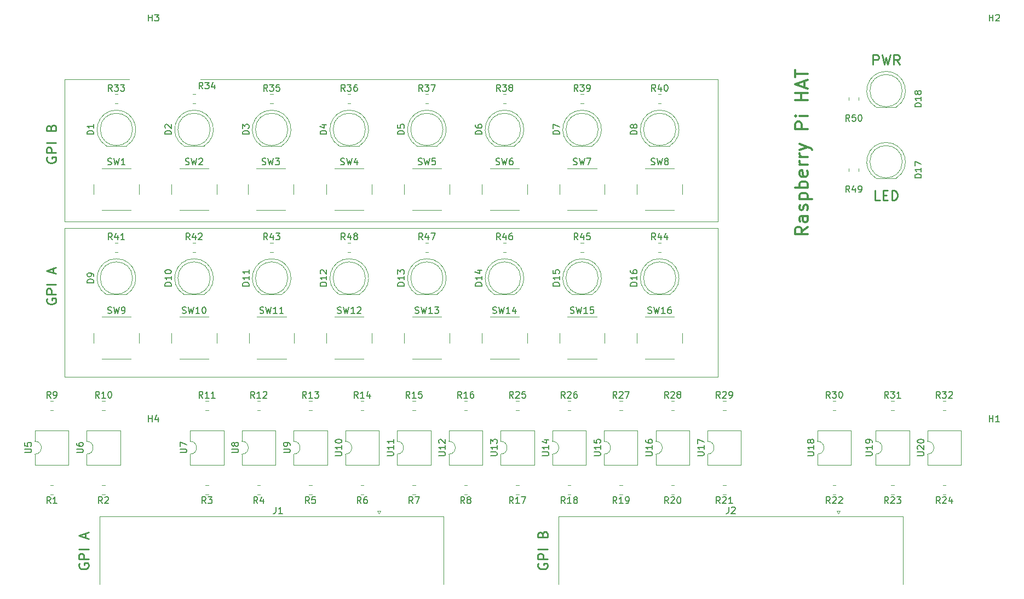
<source format=gbr>
G04 #@! TF.GenerationSoftware,KiCad,Pcbnew,(6.0.7)*
G04 #@! TF.CreationDate,2022-11-25T21:32:16+05:30*
G04 #@! TF.ProjectId,GPI-Tally-Interface-Board,4750492d-5461-46c6-9c79-2d496e746572,rev?*
G04 #@! TF.SameCoordinates,Original*
G04 #@! TF.FileFunction,Legend,Top*
G04 #@! TF.FilePolarity,Positive*
%FSLAX46Y46*%
G04 Gerber Fmt 4.6, Leading zero omitted, Abs format (unit mm)*
G04 Created by KiCad (PCBNEW (6.0.7)) date 2022-11-25 21:32:16*
%MOMM*%
%LPD*%
G01*
G04 APERTURE LIST*
%ADD10C,0.120000*%
%ADD11C,0.250000*%
%ADD12C,0.300000*%
%ADD13C,0.150000*%
G04 APERTURE END LIST*
D10*
X79000000Y-61000000D02*
X69000000Y-61000000D01*
X170000000Y-84000000D02*
X69000000Y-84000000D01*
X170000000Y-83000000D02*
X170000000Y-61000000D01*
X69000000Y-84000000D02*
X69000000Y-107000000D01*
X69000000Y-83000000D02*
X170000000Y-83000000D01*
X69000000Y-107000000D02*
X170000000Y-107000000D01*
X170000000Y-107000000D02*
X170000000Y-84000000D01*
X170000000Y-61000000D02*
X90000000Y-61000000D01*
X69000000Y-83000000D02*
X69000000Y-61000000D01*
D11*
X195035714Y-79678571D02*
X194321428Y-79678571D01*
X194321428Y-78178571D01*
X195535714Y-78892857D02*
X196035714Y-78892857D01*
X196250000Y-79678571D02*
X195535714Y-79678571D01*
X195535714Y-78178571D01*
X196250000Y-78178571D01*
X196892857Y-79678571D02*
X196892857Y-78178571D01*
X197250000Y-78178571D01*
X197464285Y-78250000D01*
X197607142Y-78392857D01*
X197678571Y-78535714D01*
X197750000Y-78821428D01*
X197750000Y-79035714D01*
X197678571Y-79321428D01*
X197607142Y-79464285D01*
X197464285Y-79607142D01*
X197250000Y-79678571D01*
X196892857Y-79678571D01*
D12*
X183909761Y-83818571D02*
X182957380Y-84485238D01*
X183909761Y-84961428D02*
X181909761Y-84961428D01*
X181909761Y-84199523D01*
X182005000Y-84009047D01*
X182100238Y-83913809D01*
X182290714Y-83818571D01*
X182576428Y-83818571D01*
X182766904Y-83913809D01*
X182862142Y-84009047D01*
X182957380Y-84199523D01*
X182957380Y-84961428D01*
X183909761Y-82104285D02*
X182862142Y-82104285D01*
X182671666Y-82199523D01*
X182576428Y-82390000D01*
X182576428Y-82770952D01*
X182671666Y-82961428D01*
X183814523Y-82104285D02*
X183909761Y-82294761D01*
X183909761Y-82770952D01*
X183814523Y-82961428D01*
X183624047Y-83056666D01*
X183433571Y-83056666D01*
X183243095Y-82961428D01*
X183147857Y-82770952D01*
X183147857Y-82294761D01*
X183052619Y-82104285D01*
X183814523Y-81247142D02*
X183909761Y-81056666D01*
X183909761Y-80675714D01*
X183814523Y-80485238D01*
X183624047Y-80390000D01*
X183528809Y-80390000D01*
X183338333Y-80485238D01*
X183243095Y-80675714D01*
X183243095Y-80961428D01*
X183147857Y-81151904D01*
X182957380Y-81247142D01*
X182862142Y-81247142D01*
X182671666Y-81151904D01*
X182576428Y-80961428D01*
X182576428Y-80675714D01*
X182671666Y-80485238D01*
X182576428Y-79532857D02*
X184576428Y-79532857D01*
X182671666Y-79532857D02*
X182576428Y-79342380D01*
X182576428Y-78961428D01*
X182671666Y-78770952D01*
X182766904Y-78675714D01*
X182957380Y-78580476D01*
X183528809Y-78580476D01*
X183719285Y-78675714D01*
X183814523Y-78770952D01*
X183909761Y-78961428D01*
X183909761Y-79342380D01*
X183814523Y-79532857D01*
X183909761Y-77723333D02*
X181909761Y-77723333D01*
X182671666Y-77723333D02*
X182576428Y-77532857D01*
X182576428Y-77151904D01*
X182671666Y-76961428D01*
X182766904Y-76866190D01*
X182957380Y-76770952D01*
X183528809Y-76770952D01*
X183719285Y-76866190D01*
X183814523Y-76961428D01*
X183909761Y-77151904D01*
X183909761Y-77532857D01*
X183814523Y-77723333D01*
X183814523Y-75151904D02*
X183909761Y-75342380D01*
X183909761Y-75723333D01*
X183814523Y-75913809D01*
X183624047Y-76009047D01*
X182862142Y-76009047D01*
X182671666Y-75913809D01*
X182576428Y-75723333D01*
X182576428Y-75342380D01*
X182671666Y-75151904D01*
X182862142Y-75056666D01*
X183052619Y-75056666D01*
X183243095Y-76009047D01*
X183909761Y-74199523D02*
X182576428Y-74199523D01*
X182957380Y-74199523D02*
X182766904Y-74104285D01*
X182671666Y-74009047D01*
X182576428Y-73818571D01*
X182576428Y-73628095D01*
X183909761Y-72961428D02*
X182576428Y-72961428D01*
X182957380Y-72961428D02*
X182766904Y-72866190D01*
X182671666Y-72770952D01*
X182576428Y-72580476D01*
X182576428Y-72390000D01*
X182576428Y-71913809D02*
X183909761Y-71437619D01*
X182576428Y-70961428D02*
X183909761Y-71437619D01*
X184385952Y-71628095D01*
X184481190Y-71723333D01*
X184576428Y-71913809D01*
X183909761Y-68675714D02*
X181909761Y-68675714D01*
X181909761Y-67913809D01*
X182005000Y-67723333D01*
X182100238Y-67628095D01*
X182290714Y-67532857D01*
X182576428Y-67532857D01*
X182766904Y-67628095D01*
X182862142Y-67723333D01*
X182957380Y-67913809D01*
X182957380Y-68675714D01*
X183909761Y-66675714D02*
X182576428Y-66675714D01*
X181909761Y-66675714D02*
X182005000Y-66770952D01*
X182100238Y-66675714D01*
X182005000Y-66580476D01*
X181909761Y-66675714D01*
X182100238Y-66675714D01*
X183909761Y-64199523D02*
X181909761Y-64199523D01*
X182862142Y-64199523D02*
X182862142Y-63056666D01*
X183909761Y-63056666D02*
X181909761Y-63056666D01*
X183338333Y-62199523D02*
X183338333Y-61247142D01*
X183909761Y-62390000D02*
X181909761Y-61723333D01*
X183909761Y-61056666D01*
X181909761Y-60675714D02*
X181909761Y-59532857D01*
X183909761Y-60104285D02*
X181909761Y-60104285D01*
D11*
X66250000Y-73035714D02*
X66178571Y-73178571D01*
X66178571Y-73392857D01*
X66250000Y-73607142D01*
X66392857Y-73750000D01*
X66535714Y-73821428D01*
X66821428Y-73892857D01*
X67035714Y-73892857D01*
X67321428Y-73821428D01*
X67464285Y-73750000D01*
X67607142Y-73607142D01*
X67678571Y-73392857D01*
X67678571Y-73250000D01*
X67607142Y-73035714D01*
X67535714Y-72964285D01*
X67035714Y-72964285D01*
X67035714Y-73250000D01*
X67678571Y-72321428D02*
X66178571Y-72321428D01*
X66178571Y-71750000D01*
X66250000Y-71607142D01*
X66321428Y-71535714D01*
X66464285Y-71464285D01*
X66678571Y-71464285D01*
X66821428Y-71535714D01*
X66892857Y-71607142D01*
X66964285Y-71750000D01*
X66964285Y-72321428D01*
X67678571Y-70821428D02*
X66178571Y-70821428D01*
X66892857Y-68464285D02*
X66964285Y-68250000D01*
X67035714Y-68178571D01*
X67178571Y-68107142D01*
X67392857Y-68107142D01*
X67535714Y-68178571D01*
X67607142Y-68250000D01*
X67678571Y-68392857D01*
X67678571Y-68964285D01*
X66178571Y-68964285D01*
X66178571Y-68464285D01*
X66250000Y-68321428D01*
X66321428Y-68250000D01*
X66464285Y-68178571D01*
X66607142Y-68178571D01*
X66750000Y-68250000D01*
X66821428Y-68321428D01*
X66892857Y-68464285D01*
X66892857Y-68964285D01*
X194000000Y-58678571D02*
X194000000Y-57178571D01*
X194571428Y-57178571D01*
X194714285Y-57250000D01*
X194785714Y-57321428D01*
X194857142Y-57464285D01*
X194857142Y-57678571D01*
X194785714Y-57821428D01*
X194714285Y-57892857D01*
X194571428Y-57964285D01*
X194000000Y-57964285D01*
X195357142Y-57178571D02*
X195714285Y-58678571D01*
X196000000Y-57607142D01*
X196285714Y-58678571D01*
X196642857Y-57178571D01*
X198071428Y-58678571D02*
X197571428Y-57964285D01*
X197214285Y-58678571D02*
X197214285Y-57178571D01*
X197785714Y-57178571D01*
X197928571Y-57250000D01*
X198000000Y-57321428D01*
X198071428Y-57464285D01*
X198071428Y-57678571D01*
X198000000Y-57821428D01*
X197928571Y-57892857D01*
X197785714Y-57964285D01*
X197214285Y-57964285D01*
X142250000Y-135935383D02*
X142178571Y-136078240D01*
X142178571Y-136292526D01*
X142250000Y-136506811D01*
X142392857Y-136649669D01*
X142535714Y-136721097D01*
X142821428Y-136792526D01*
X143035714Y-136792526D01*
X143321428Y-136721097D01*
X143464285Y-136649669D01*
X143607142Y-136506811D01*
X143678571Y-136292526D01*
X143678571Y-136149669D01*
X143607142Y-135935383D01*
X143535714Y-135863954D01*
X143035714Y-135863954D01*
X143035714Y-136149669D01*
X143678571Y-135221097D02*
X142178571Y-135221097D01*
X142178571Y-134649669D01*
X142250000Y-134506811D01*
X142321428Y-134435383D01*
X142464285Y-134363954D01*
X142678571Y-134363954D01*
X142821428Y-134435383D01*
X142892857Y-134506811D01*
X142964285Y-134649669D01*
X142964285Y-135221097D01*
X143678571Y-133721097D02*
X142178571Y-133721097D01*
X142892857Y-131363954D02*
X142964285Y-131149669D01*
X143035714Y-131078240D01*
X143178571Y-131006811D01*
X143392857Y-131006811D01*
X143535714Y-131078240D01*
X143607142Y-131149669D01*
X143678571Y-131292526D01*
X143678571Y-131863954D01*
X142178571Y-131863954D01*
X142178571Y-131363954D01*
X142250000Y-131221097D01*
X142321428Y-131149669D01*
X142464285Y-131078240D01*
X142607142Y-131078240D01*
X142750000Y-131149669D01*
X142821428Y-131221097D01*
X142892857Y-131363954D01*
X142892857Y-131863954D01*
X71250000Y-135928571D02*
X71178571Y-136071428D01*
X71178571Y-136285714D01*
X71250000Y-136500000D01*
X71392857Y-136642857D01*
X71535714Y-136714285D01*
X71821428Y-136785714D01*
X72035714Y-136785714D01*
X72321428Y-136714285D01*
X72464285Y-136642857D01*
X72607142Y-136500000D01*
X72678571Y-136285714D01*
X72678571Y-136142857D01*
X72607142Y-135928571D01*
X72535714Y-135857142D01*
X72035714Y-135857142D01*
X72035714Y-136142857D01*
X72678571Y-135214285D02*
X71178571Y-135214285D01*
X71178571Y-134642857D01*
X71250000Y-134500000D01*
X71321428Y-134428571D01*
X71464285Y-134357142D01*
X71678571Y-134357142D01*
X71821428Y-134428571D01*
X71892857Y-134500000D01*
X71964285Y-134642857D01*
X71964285Y-135214285D01*
X72678571Y-133714285D02*
X71178571Y-133714285D01*
X72250000Y-131928571D02*
X72250000Y-131214285D01*
X72678571Y-132071428D02*
X71178571Y-131571428D01*
X72678571Y-131071428D01*
X66250000Y-94928571D02*
X66178571Y-95071428D01*
X66178571Y-95285714D01*
X66250000Y-95500000D01*
X66392857Y-95642857D01*
X66535714Y-95714285D01*
X66821428Y-95785714D01*
X67035714Y-95785714D01*
X67321428Y-95714285D01*
X67464285Y-95642857D01*
X67607142Y-95500000D01*
X67678571Y-95285714D01*
X67678571Y-95142857D01*
X67607142Y-94928571D01*
X67535714Y-94857142D01*
X67035714Y-94857142D01*
X67035714Y-95142857D01*
X67678571Y-94214285D02*
X66178571Y-94214285D01*
X66178571Y-93642857D01*
X66250000Y-93500000D01*
X66321428Y-93428571D01*
X66464285Y-93357142D01*
X66678571Y-93357142D01*
X66821428Y-93428571D01*
X66892857Y-93500000D01*
X66964285Y-93642857D01*
X66964285Y-94214285D01*
X67678571Y-92714285D02*
X66178571Y-92714285D01*
X67250000Y-90928571D02*
X67250000Y-90214285D01*
X67678571Y-91071428D02*
X66178571Y-90571428D01*
X67678571Y-90071428D01*
D13*
X112357142Y-85802380D02*
X112023809Y-85326190D01*
X111785714Y-85802380D02*
X111785714Y-84802380D01*
X112166666Y-84802380D01*
X112261904Y-84850000D01*
X112309523Y-84897619D01*
X112357142Y-84992857D01*
X112357142Y-85135714D01*
X112309523Y-85230952D01*
X112261904Y-85278571D01*
X112166666Y-85326190D01*
X111785714Y-85326190D01*
X113214285Y-85135714D02*
X113214285Y-85802380D01*
X112976190Y-84754761D02*
X112738095Y-85469047D01*
X113357142Y-85469047D01*
X113880952Y-85230952D02*
X113785714Y-85183333D01*
X113738095Y-85135714D01*
X113690476Y-85040476D01*
X113690476Y-84992857D01*
X113738095Y-84897619D01*
X113785714Y-84850000D01*
X113880952Y-84802380D01*
X114071428Y-84802380D01*
X114166666Y-84850000D01*
X114214285Y-84897619D01*
X114261904Y-84992857D01*
X114261904Y-85040476D01*
X114214285Y-85135714D01*
X114166666Y-85183333D01*
X114071428Y-85230952D01*
X113880952Y-85230952D01*
X113785714Y-85278571D01*
X113738095Y-85326190D01*
X113690476Y-85421428D01*
X113690476Y-85611904D01*
X113738095Y-85707142D01*
X113785714Y-85754761D01*
X113880952Y-85802380D01*
X114071428Y-85802380D01*
X114166666Y-85754761D01*
X114214285Y-85707142D01*
X114261904Y-85611904D01*
X114261904Y-85421428D01*
X114214285Y-85326190D01*
X114166666Y-85278571D01*
X114071428Y-85230952D01*
X135190476Y-97154761D02*
X135333333Y-97202380D01*
X135571428Y-97202380D01*
X135666666Y-97154761D01*
X135714285Y-97107142D01*
X135761904Y-97011904D01*
X135761904Y-96916666D01*
X135714285Y-96821428D01*
X135666666Y-96773809D01*
X135571428Y-96726190D01*
X135380952Y-96678571D01*
X135285714Y-96630952D01*
X135238095Y-96583333D01*
X135190476Y-96488095D01*
X135190476Y-96392857D01*
X135238095Y-96297619D01*
X135285714Y-96250000D01*
X135380952Y-96202380D01*
X135619047Y-96202380D01*
X135761904Y-96250000D01*
X136095238Y-96202380D02*
X136333333Y-97202380D01*
X136523809Y-96488095D01*
X136714285Y-97202380D01*
X136952380Y-96202380D01*
X137857142Y-97202380D02*
X137285714Y-97202380D01*
X137571428Y-97202380D02*
X137571428Y-96202380D01*
X137476190Y-96345238D01*
X137380952Y-96440476D01*
X137285714Y-96488095D01*
X138714285Y-96535714D02*
X138714285Y-97202380D01*
X138476190Y-96154761D02*
X138238095Y-96869047D01*
X138857142Y-96869047D01*
X200847380Y-119228095D02*
X201656904Y-119228095D01*
X201752142Y-119180476D01*
X201799761Y-119132857D01*
X201847380Y-119037619D01*
X201847380Y-118847142D01*
X201799761Y-118751904D01*
X201752142Y-118704285D01*
X201656904Y-118656666D01*
X200847380Y-118656666D01*
X200942619Y-118228095D02*
X200895000Y-118180476D01*
X200847380Y-118085238D01*
X200847380Y-117847142D01*
X200895000Y-117751904D01*
X200942619Y-117704285D01*
X201037857Y-117656666D01*
X201133095Y-117656666D01*
X201275952Y-117704285D01*
X201847380Y-118275714D01*
X201847380Y-117656666D01*
X200847380Y-117037619D02*
X200847380Y-116942380D01*
X200895000Y-116847142D01*
X200942619Y-116799523D01*
X201037857Y-116751904D01*
X201228333Y-116704285D01*
X201466428Y-116704285D01*
X201656904Y-116751904D01*
X201752142Y-116799523D01*
X201799761Y-116847142D01*
X201847380Y-116942380D01*
X201847380Y-117037619D01*
X201799761Y-117132857D01*
X201752142Y-117180476D01*
X201656904Y-117228095D01*
X201466428Y-117275714D01*
X201228333Y-117275714D01*
X201037857Y-117228095D01*
X200942619Y-117180476D01*
X200895000Y-117132857D01*
X200847380Y-117037619D01*
X70847380Y-118751904D02*
X71656904Y-118751904D01*
X71752142Y-118704285D01*
X71799761Y-118656666D01*
X71847380Y-118561428D01*
X71847380Y-118370952D01*
X71799761Y-118275714D01*
X71752142Y-118228095D01*
X71656904Y-118180476D01*
X70847380Y-118180476D01*
X70847380Y-117275714D02*
X70847380Y-117466190D01*
X70895000Y-117561428D01*
X70942619Y-117609047D01*
X71085476Y-117704285D01*
X71275952Y-117751904D01*
X71656904Y-117751904D01*
X71752142Y-117704285D01*
X71799761Y-117656666D01*
X71847380Y-117561428D01*
X71847380Y-117370952D01*
X71799761Y-117275714D01*
X71752142Y-117228095D01*
X71656904Y-117180476D01*
X71418809Y-117180476D01*
X71323571Y-117228095D01*
X71275952Y-117275714D01*
X71228333Y-117370952D01*
X71228333Y-117561428D01*
X71275952Y-117656666D01*
X71323571Y-117704285D01*
X71418809Y-117751904D01*
X62847380Y-118751904D02*
X63656904Y-118751904D01*
X63752142Y-118704285D01*
X63799761Y-118656666D01*
X63847380Y-118561428D01*
X63847380Y-118370952D01*
X63799761Y-118275714D01*
X63752142Y-118228095D01*
X63656904Y-118180476D01*
X62847380Y-118180476D01*
X62847380Y-117228095D02*
X62847380Y-117704285D01*
X63323571Y-117751904D01*
X63275952Y-117704285D01*
X63228333Y-117609047D01*
X63228333Y-117370952D01*
X63275952Y-117275714D01*
X63323571Y-117228095D01*
X63418809Y-117180476D01*
X63656904Y-117180476D01*
X63752142Y-117228095D01*
X63799761Y-117275714D01*
X63847380Y-117370952D01*
X63847380Y-117609047D01*
X63799761Y-117704285D01*
X63752142Y-117751904D01*
X76357142Y-62802380D02*
X76023809Y-62326190D01*
X75785714Y-62802380D02*
X75785714Y-61802380D01*
X76166666Y-61802380D01*
X76261904Y-61850000D01*
X76309523Y-61897619D01*
X76357142Y-61992857D01*
X76357142Y-62135714D01*
X76309523Y-62230952D01*
X76261904Y-62278571D01*
X76166666Y-62326190D01*
X75785714Y-62326190D01*
X76690476Y-61802380D02*
X77309523Y-61802380D01*
X76976190Y-62183333D01*
X77119047Y-62183333D01*
X77214285Y-62230952D01*
X77261904Y-62278571D01*
X77309523Y-62373809D01*
X77309523Y-62611904D01*
X77261904Y-62707142D01*
X77214285Y-62754761D01*
X77119047Y-62802380D01*
X76833333Y-62802380D01*
X76738095Y-62754761D01*
X76690476Y-62707142D01*
X77642857Y-61802380D02*
X78261904Y-61802380D01*
X77928571Y-62183333D01*
X78071428Y-62183333D01*
X78166666Y-62230952D01*
X78214285Y-62278571D01*
X78261904Y-62373809D01*
X78261904Y-62611904D01*
X78214285Y-62707142D01*
X78166666Y-62754761D01*
X78071428Y-62802380D01*
X77785714Y-62802380D01*
X77690476Y-62754761D01*
X77642857Y-62707142D01*
X101671666Y-127172049D02*
X101671666Y-127886335D01*
X101624047Y-128029192D01*
X101528809Y-128124430D01*
X101385952Y-128172049D01*
X101290714Y-128172049D01*
X102671666Y-128172049D02*
X102100238Y-128172049D01*
X102385952Y-128172049D02*
X102385952Y-127172049D01*
X102290714Y-127314907D01*
X102195476Y-127410145D01*
X102100238Y-127457764D01*
X106833333Y-126602380D02*
X106500000Y-126126190D01*
X106261904Y-126602380D02*
X106261904Y-125602380D01*
X106642857Y-125602380D01*
X106738095Y-125650000D01*
X106785714Y-125697619D01*
X106833333Y-125792857D01*
X106833333Y-125935714D01*
X106785714Y-126030952D01*
X106738095Y-126078571D01*
X106642857Y-126126190D01*
X106261904Y-126126190D01*
X107738095Y-125602380D02*
X107261904Y-125602380D01*
X107214285Y-126078571D01*
X107261904Y-126030952D01*
X107357142Y-125983333D01*
X107595238Y-125983333D01*
X107690476Y-126030952D01*
X107738095Y-126078571D01*
X107785714Y-126173809D01*
X107785714Y-126411904D01*
X107738095Y-126507142D01*
X107690476Y-126554761D01*
X107595238Y-126602380D01*
X107357142Y-126602380D01*
X107261904Y-126554761D01*
X107214285Y-126507142D01*
X134847380Y-119228095D02*
X135656904Y-119228095D01*
X135752142Y-119180476D01*
X135799761Y-119132857D01*
X135847380Y-119037619D01*
X135847380Y-118847142D01*
X135799761Y-118751904D01*
X135752142Y-118704285D01*
X135656904Y-118656666D01*
X134847380Y-118656666D01*
X135847380Y-117656666D02*
X135847380Y-118228095D01*
X135847380Y-117942380D02*
X134847380Y-117942380D01*
X134990238Y-118037619D01*
X135085476Y-118132857D01*
X135133095Y-118228095D01*
X134847380Y-117323333D02*
X134847380Y-116704285D01*
X135228333Y-117037619D01*
X135228333Y-116894761D01*
X135275952Y-116799523D01*
X135323571Y-116751904D01*
X135418809Y-116704285D01*
X135656904Y-116704285D01*
X135752142Y-116751904D01*
X135799761Y-116799523D01*
X135847380Y-116894761D01*
X135847380Y-117180476D01*
X135799761Y-117275714D01*
X135752142Y-117323333D01*
X123190476Y-97154761D02*
X123333333Y-97202380D01*
X123571428Y-97202380D01*
X123666666Y-97154761D01*
X123714285Y-97107142D01*
X123761904Y-97011904D01*
X123761904Y-96916666D01*
X123714285Y-96821428D01*
X123666666Y-96773809D01*
X123571428Y-96726190D01*
X123380952Y-96678571D01*
X123285714Y-96630952D01*
X123238095Y-96583333D01*
X123190476Y-96488095D01*
X123190476Y-96392857D01*
X123238095Y-96297619D01*
X123285714Y-96250000D01*
X123380952Y-96202380D01*
X123619047Y-96202380D01*
X123761904Y-96250000D01*
X124095238Y-96202380D02*
X124333333Y-97202380D01*
X124523809Y-96488095D01*
X124714285Y-97202380D01*
X124952380Y-96202380D01*
X125857142Y-97202380D02*
X125285714Y-97202380D01*
X125571428Y-97202380D02*
X125571428Y-96202380D01*
X125476190Y-96345238D01*
X125380952Y-96440476D01*
X125285714Y-96488095D01*
X126190476Y-96202380D02*
X126809523Y-96202380D01*
X126476190Y-96583333D01*
X126619047Y-96583333D01*
X126714285Y-96630952D01*
X126761904Y-96678571D01*
X126809523Y-96773809D01*
X126809523Y-97011904D01*
X126761904Y-97107142D01*
X126714285Y-97154761D01*
X126619047Y-97202380D01*
X126333333Y-97202380D01*
X126238095Y-97154761D01*
X126190476Y-97107142D01*
X157492380Y-92944285D02*
X156492380Y-92944285D01*
X156492380Y-92706190D01*
X156540000Y-92563333D01*
X156635238Y-92468095D01*
X156730476Y-92420476D01*
X156920952Y-92372857D01*
X157063809Y-92372857D01*
X157254285Y-92420476D01*
X157349523Y-92468095D01*
X157444761Y-92563333D01*
X157492380Y-92706190D01*
X157492380Y-92944285D01*
X157492380Y-91420476D02*
X157492380Y-91991904D01*
X157492380Y-91706190D02*
X156492380Y-91706190D01*
X156635238Y-91801428D01*
X156730476Y-91896666D01*
X156778095Y-91991904D01*
X156492380Y-90563333D02*
X156492380Y-90753809D01*
X156540000Y-90849047D01*
X156587619Y-90896666D01*
X156730476Y-90991904D01*
X156920952Y-91039523D01*
X157301904Y-91039523D01*
X157397142Y-90991904D01*
X157444761Y-90944285D01*
X157492380Y-90849047D01*
X157492380Y-90658571D01*
X157444761Y-90563333D01*
X157397142Y-90515714D01*
X157301904Y-90468095D01*
X157063809Y-90468095D01*
X156968571Y-90515714D01*
X156920952Y-90563333D01*
X156873333Y-90658571D01*
X156873333Y-90849047D01*
X156920952Y-90944285D01*
X156968571Y-90991904D01*
X157063809Y-91039523D01*
X106357142Y-110302380D02*
X106023809Y-109826190D01*
X105785714Y-110302380D02*
X105785714Y-109302380D01*
X106166666Y-109302380D01*
X106261904Y-109350000D01*
X106309523Y-109397619D01*
X106357142Y-109492857D01*
X106357142Y-109635714D01*
X106309523Y-109730952D01*
X106261904Y-109778571D01*
X106166666Y-109826190D01*
X105785714Y-109826190D01*
X107309523Y-110302380D02*
X106738095Y-110302380D01*
X107023809Y-110302380D02*
X107023809Y-109302380D01*
X106928571Y-109445238D01*
X106833333Y-109540476D01*
X106738095Y-109588095D01*
X107642857Y-109302380D02*
X108261904Y-109302380D01*
X107928571Y-109683333D01*
X108071428Y-109683333D01*
X108166666Y-109730952D01*
X108214285Y-109778571D01*
X108261904Y-109873809D01*
X108261904Y-110111904D01*
X108214285Y-110207142D01*
X108166666Y-110254761D01*
X108071428Y-110302380D01*
X107785714Y-110302380D01*
X107690476Y-110254761D01*
X107642857Y-110207142D01*
X159190476Y-97154761D02*
X159333333Y-97202380D01*
X159571428Y-97202380D01*
X159666666Y-97154761D01*
X159714285Y-97107142D01*
X159761904Y-97011904D01*
X159761904Y-96916666D01*
X159714285Y-96821428D01*
X159666666Y-96773809D01*
X159571428Y-96726190D01*
X159380952Y-96678571D01*
X159285714Y-96630952D01*
X159238095Y-96583333D01*
X159190476Y-96488095D01*
X159190476Y-96392857D01*
X159238095Y-96297619D01*
X159285714Y-96250000D01*
X159380952Y-96202380D01*
X159619047Y-96202380D01*
X159761904Y-96250000D01*
X160095238Y-96202380D02*
X160333333Y-97202380D01*
X160523809Y-96488095D01*
X160714285Y-97202380D01*
X160952380Y-96202380D01*
X161857142Y-97202380D02*
X161285714Y-97202380D01*
X161571428Y-97202380D02*
X161571428Y-96202380D01*
X161476190Y-96345238D01*
X161380952Y-96440476D01*
X161285714Y-96488095D01*
X162714285Y-96202380D02*
X162523809Y-96202380D01*
X162428571Y-96250000D01*
X162380952Y-96297619D01*
X162285714Y-96440476D01*
X162238095Y-96630952D01*
X162238095Y-97011904D01*
X162285714Y-97107142D01*
X162333333Y-97154761D01*
X162428571Y-97202380D01*
X162619047Y-97202380D01*
X162714285Y-97154761D01*
X162761904Y-97107142D01*
X162809523Y-97011904D01*
X162809523Y-96773809D01*
X162761904Y-96678571D01*
X162714285Y-96630952D01*
X162619047Y-96583333D01*
X162428571Y-96583333D01*
X162333333Y-96630952D01*
X162285714Y-96678571D01*
X162238095Y-96773809D01*
X97492380Y-69468095D02*
X96492380Y-69468095D01*
X96492380Y-69230000D01*
X96540000Y-69087142D01*
X96635238Y-68991904D01*
X96730476Y-68944285D01*
X96920952Y-68896666D01*
X97063809Y-68896666D01*
X97254285Y-68944285D01*
X97349523Y-68991904D01*
X97444761Y-69087142D01*
X97492380Y-69230000D01*
X97492380Y-69468095D01*
X96492380Y-68563333D02*
X96492380Y-67944285D01*
X96873333Y-68277619D01*
X96873333Y-68134761D01*
X96920952Y-68039523D01*
X96968571Y-67991904D01*
X97063809Y-67944285D01*
X97301904Y-67944285D01*
X97397142Y-67991904D01*
X97444761Y-68039523D01*
X97492380Y-68134761D01*
X97492380Y-68420476D01*
X97444761Y-68515714D01*
X97397142Y-68563333D01*
X162357142Y-110302380D02*
X162023809Y-109826190D01*
X161785714Y-110302380D02*
X161785714Y-109302380D01*
X162166666Y-109302380D01*
X162261904Y-109350000D01*
X162309523Y-109397619D01*
X162357142Y-109492857D01*
X162357142Y-109635714D01*
X162309523Y-109730952D01*
X162261904Y-109778571D01*
X162166666Y-109826190D01*
X161785714Y-109826190D01*
X162738095Y-109397619D02*
X162785714Y-109350000D01*
X162880952Y-109302380D01*
X163119047Y-109302380D01*
X163214285Y-109350000D01*
X163261904Y-109397619D01*
X163309523Y-109492857D01*
X163309523Y-109588095D01*
X163261904Y-109730952D01*
X162690476Y-110302380D01*
X163309523Y-110302380D01*
X163880952Y-109730952D02*
X163785714Y-109683333D01*
X163738095Y-109635714D01*
X163690476Y-109540476D01*
X163690476Y-109492857D01*
X163738095Y-109397619D01*
X163785714Y-109350000D01*
X163880952Y-109302380D01*
X164071428Y-109302380D01*
X164166666Y-109350000D01*
X164214285Y-109397619D01*
X164261904Y-109492857D01*
X164261904Y-109540476D01*
X164214285Y-109635714D01*
X164166666Y-109683333D01*
X164071428Y-109730952D01*
X163880952Y-109730952D01*
X163785714Y-109778571D01*
X163738095Y-109826190D01*
X163690476Y-109921428D01*
X163690476Y-110111904D01*
X163738095Y-110207142D01*
X163785714Y-110254761D01*
X163880952Y-110302380D01*
X164071428Y-110302380D01*
X164166666Y-110254761D01*
X164214285Y-110207142D01*
X164261904Y-110111904D01*
X164261904Y-109921428D01*
X164214285Y-109826190D01*
X164166666Y-109778571D01*
X164071428Y-109730952D01*
X86847380Y-118751904D02*
X87656904Y-118751904D01*
X87752142Y-118704285D01*
X87799761Y-118656666D01*
X87847380Y-118561428D01*
X87847380Y-118370952D01*
X87799761Y-118275714D01*
X87752142Y-118228095D01*
X87656904Y-118180476D01*
X86847380Y-118180476D01*
X86847380Y-117799523D02*
X86847380Y-117132857D01*
X87847380Y-117561428D01*
X109492380Y-92944285D02*
X108492380Y-92944285D01*
X108492380Y-92706190D01*
X108540000Y-92563333D01*
X108635238Y-92468095D01*
X108730476Y-92420476D01*
X108920952Y-92372857D01*
X109063809Y-92372857D01*
X109254285Y-92420476D01*
X109349523Y-92468095D01*
X109444761Y-92563333D01*
X109492380Y-92706190D01*
X109492380Y-92944285D01*
X109492380Y-91420476D02*
X109492380Y-91991904D01*
X109492380Y-91706190D02*
X108492380Y-91706190D01*
X108635238Y-91801428D01*
X108730476Y-91896666D01*
X108778095Y-91991904D01*
X108587619Y-91039523D02*
X108540000Y-90991904D01*
X108492380Y-90896666D01*
X108492380Y-90658571D01*
X108540000Y-90563333D01*
X108587619Y-90515714D01*
X108682857Y-90468095D01*
X108778095Y-90468095D01*
X108920952Y-90515714D01*
X109492380Y-91087142D01*
X109492380Y-90468095D01*
X111190476Y-97154761D02*
X111333333Y-97202380D01*
X111571428Y-97202380D01*
X111666666Y-97154761D01*
X111714285Y-97107142D01*
X111761904Y-97011904D01*
X111761904Y-96916666D01*
X111714285Y-96821428D01*
X111666666Y-96773809D01*
X111571428Y-96726190D01*
X111380952Y-96678571D01*
X111285714Y-96630952D01*
X111238095Y-96583333D01*
X111190476Y-96488095D01*
X111190476Y-96392857D01*
X111238095Y-96297619D01*
X111285714Y-96250000D01*
X111380952Y-96202380D01*
X111619047Y-96202380D01*
X111761904Y-96250000D01*
X112095238Y-96202380D02*
X112333333Y-97202380D01*
X112523809Y-96488095D01*
X112714285Y-97202380D01*
X112952380Y-96202380D01*
X113857142Y-97202380D02*
X113285714Y-97202380D01*
X113571428Y-97202380D02*
X113571428Y-96202380D01*
X113476190Y-96345238D01*
X113380952Y-96440476D01*
X113285714Y-96488095D01*
X114238095Y-96297619D02*
X114285714Y-96250000D01*
X114380952Y-96202380D01*
X114619047Y-96202380D01*
X114714285Y-96250000D01*
X114761904Y-96297619D01*
X114809523Y-96392857D01*
X114809523Y-96488095D01*
X114761904Y-96630952D01*
X114190476Y-97202380D01*
X114809523Y-97202380D01*
X201452380Y-76214285D02*
X200452380Y-76214285D01*
X200452380Y-75976190D01*
X200500000Y-75833333D01*
X200595238Y-75738095D01*
X200690476Y-75690476D01*
X200880952Y-75642857D01*
X201023809Y-75642857D01*
X201214285Y-75690476D01*
X201309523Y-75738095D01*
X201404761Y-75833333D01*
X201452380Y-75976190D01*
X201452380Y-76214285D01*
X201452380Y-74690476D02*
X201452380Y-75261904D01*
X201452380Y-74976190D02*
X200452380Y-74976190D01*
X200595238Y-75071428D01*
X200690476Y-75166666D01*
X200738095Y-75261904D01*
X200452380Y-74357142D02*
X200452380Y-73690476D01*
X201452380Y-74119047D01*
X187357142Y-110302380D02*
X187023809Y-109826190D01*
X186785714Y-110302380D02*
X186785714Y-109302380D01*
X187166666Y-109302380D01*
X187261904Y-109350000D01*
X187309523Y-109397619D01*
X187357142Y-109492857D01*
X187357142Y-109635714D01*
X187309523Y-109730952D01*
X187261904Y-109778571D01*
X187166666Y-109826190D01*
X186785714Y-109826190D01*
X187690476Y-109302380D02*
X188309523Y-109302380D01*
X187976190Y-109683333D01*
X188119047Y-109683333D01*
X188214285Y-109730952D01*
X188261904Y-109778571D01*
X188309523Y-109873809D01*
X188309523Y-110111904D01*
X188261904Y-110207142D01*
X188214285Y-110254761D01*
X188119047Y-110302380D01*
X187833333Y-110302380D01*
X187738095Y-110254761D01*
X187690476Y-110207142D01*
X188928571Y-109302380D02*
X189023809Y-109302380D01*
X189119047Y-109350000D01*
X189166666Y-109397619D01*
X189214285Y-109492857D01*
X189261904Y-109683333D01*
X189261904Y-109921428D01*
X189214285Y-110111904D01*
X189166666Y-110207142D01*
X189119047Y-110254761D01*
X189023809Y-110302380D01*
X188928571Y-110302380D01*
X188833333Y-110254761D01*
X188785714Y-110207142D01*
X188738095Y-110111904D01*
X188690476Y-109921428D01*
X188690476Y-109683333D01*
X188738095Y-109492857D01*
X188785714Y-109397619D01*
X188833333Y-109350000D01*
X188928571Y-109302380D01*
X162357142Y-126602380D02*
X162023809Y-126126190D01*
X161785714Y-126602380D02*
X161785714Y-125602380D01*
X162166666Y-125602380D01*
X162261904Y-125650000D01*
X162309523Y-125697619D01*
X162357142Y-125792857D01*
X162357142Y-125935714D01*
X162309523Y-126030952D01*
X162261904Y-126078571D01*
X162166666Y-126126190D01*
X161785714Y-126126190D01*
X162738095Y-125697619D02*
X162785714Y-125650000D01*
X162880952Y-125602380D01*
X163119047Y-125602380D01*
X163214285Y-125650000D01*
X163261904Y-125697619D01*
X163309523Y-125792857D01*
X163309523Y-125888095D01*
X163261904Y-126030952D01*
X162690476Y-126602380D01*
X163309523Y-126602380D01*
X163928571Y-125602380D02*
X164023809Y-125602380D01*
X164119047Y-125650000D01*
X164166666Y-125697619D01*
X164214285Y-125792857D01*
X164261904Y-125983333D01*
X164261904Y-126221428D01*
X164214285Y-126411904D01*
X164166666Y-126507142D01*
X164119047Y-126554761D01*
X164023809Y-126602380D01*
X163928571Y-126602380D01*
X163833333Y-126554761D01*
X163785714Y-126507142D01*
X163738095Y-126411904D01*
X163690476Y-126221428D01*
X163690476Y-125983333D01*
X163738095Y-125792857D01*
X163785714Y-125697619D01*
X163833333Y-125650000D01*
X163928571Y-125602380D01*
X122833333Y-126602380D02*
X122500000Y-126126190D01*
X122261904Y-126602380D02*
X122261904Y-125602380D01*
X122642857Y-125602380D01*
X122738095Y-125650000D01*
X122785714Y-125697619D01*
X122833333Y-125792857D01*
X122833333Y-125935714D01*
X122785714Y-126030952D01*
X122738095Y-126078571D01*
X122642857Y-126126190D01*
X122261904Y-126126190D01*
X123166666Y-125602380D02*
X123833333Y-125602380D01*
X123404761Y-126602380D01*
X109492380Y-69468095D02*
X108492380Y-69468095D01*
X108492380Y-69230000D01*
X108540000Y-69087142D01*
X108635238Y-68991904D01*
X108730476Y-68944285D01*
X108920952Y-68896666D01*
X109063809Y-68896666D01*
X109254285Y-68944285D01*
X109349523Y-68991904D01*
X109444761Y-69087142D01*
X109492380Y-69230000D01*
X109492380Y-69468095D01*
X108825714Y-68039523D02*
X109492380Y-68039523D01*
X108444761Y-68277619D02*
X109159047Y-68515714D01*
X109159047Y-67896666D01*
X147190476Y-97154761D02*
X147333333Y-97202380D01*
X147571428Y-97202380D01*
X147666666Y-97154761D01*
X147714285Y-97107142D01*
X147761904Y-97011904D01*
X147761904Y-96916666D01*
X147714285Y-96821428D01*
X147666666Y-96773809D01*
X147571428Y-96726190D01*
X147380952Y-96678571D01*
X147285714Y-96630952D01*
X147238095Y-96583333D01*
X147190476Y-96488095D01*
X147190476Y-96392857D01*
X147238095Y-96297619D01*
X147285714Y-96250000D01*
X147380952Y-96202380D01*
X147619047Y-96202380D01*
X147761904Y-96250000D01*
X148095238Y-96202380D02*
X148333333Y-97202380D01*
X148523809Y-96488095D01*
X148714285Y-97202380D01*
X148952380Y-96202380D01*
X149857142Y-97202380D02*
X149285714Y-97202380D01*
X149571428Y-97202380D02*
X149571428Y-96202380D01*
X149476190Y-96345238D01*
X149380952Y-96440476D01*
X149285714Y-96488095D01*
X150761904Y-96202380D02*
X150285714Y-96202380D01*
X150238095Y-96678571D01*
X150285714Y-96630952D01*
X150380952Y-96583333D01*
X150619047Y-96583333D01*
X150714285Y-96630952D01*
X150761904Y-96678571D01*
X150809523Y-96773809D01*
X150809523Y-97011904D01*
X150761904Y-97107142D01*
X150714285Y-97154761D01*
X150619047Y-97202380D01*
X150380952Y-97202380D01*
X150285714Y-97154761D01*
X150238095Y-97107142D01*
X187357142Y-126602380D02*
X187023809Y-126126190D01*
X186785714Y-126602380D02*
X186785714Y-125602380D01*
X187166666Y-125602380D01*
X187261904Y-125650000D01*
X187309523Y-125697619D01*
X187357142Y-125792857D01*
X187357142Y-125935714D01*
X187309523Y-126030952D01*
X187261904Y-126078571D01*
X187166666Y-126126190D01*
X186785714Y-126126190D01*
X187738095Y-125697619D02*
X187785714Y-125650000D01*
X187880952Y-125602380D01*
X188119047Y-125602380D01*
X188214285Y-125650000D01*
X188261904Y-125697619D01*
X188309523Y-125792857D01*
X188309523Y-125888095D01*
X188261904Y-126030952D01*
X187690476Y-126602380D01*
X188309523Y-126602380D01*
X188690476Y-125697619D02*
X188738095Y-125650000D01*
X188833333Y-125602380D01*
X189071428Y-125602380D01*
X189166666Y-125650000D01*
X189214285Y-125697619D01*
X189261904Y-125792857D01*
X189261904Y-125888095D01*
X189214285Y-126030952D01*
X188642857Y-126602380D01*
X189261904Y-126602380D01*
X114357142Y-110302380D02*
X114023809Y-109826190D01*
X113785714Y-110302380D02*
X113785714Y-109302380D01*
X114166666Y-109302380D01*
X114261904Y-109350000D01*
X114309523Y-109397619D01*
X114357142Y-109492857D01*
X114357142Y-109635714D01*
X114309523Y-109730952D01*
X114261904Y-109778571D01*
X114166666Y-109826190D01*
X113785714Y-109826190D01*
X115309523Y-110302380D02*
X114738095Y-110302380D01*
X115023809Y-110302380D02*
X115023809Y-109302380D01*
X114928571Y-109445238D01*
X114833333Y-109540476D01*
X114738095Y-109588095D01*
X116166666Y-109635714D02*
X116166666Y-110302380D01*
X115928571Y-109254761D02*
X115690476Y-109969047D01*
X116309523Y-109969047D01*
X81963095Y-51952380D02*
X81963095Y-50952380D01*
X81963095Y-51428571D02*
X82534523Y-51428571D01*
X82534523Y-51952380D02*
X82534523Y-50952380D01*
X82915476Y-50952380D02*
X83534523Y-50952380D01*
X83201190Y-51333333D01*
X83344047Y-51333333D01*
X83439285Y-51380952D01*
X83486904Y-51428571D01*
X83534523Y-51523809D01*
X83534523Y-51761904D01*
X83486904Y-51857142D01*
X83439285Y-51904761D01*
X83344047Y-51952380D01*
X83058333Y-51952380D01*
X82963095Y-51904761D01*
X82915476Y-51857142D01*
X138357142Y-126602380D02*
X138023809Y-126126190D01*
X137785714Y-126602380D02*
X137785714Y-125602380D01*
X138166666Y-125602380D01*
X138261904Y-125650000D01*
X138309523Y-125697619D01*
X138357142Y-125792857D01*
X138357142Y-125935714D01*
X138309523Y-126030952D01*
X138261904Y-126078571D01*
X138166666Y-126126190D01*
X137785714Y-126126190D01*
X139309523Y-126602380D02*
X138738095Y-126602380D01*
X139023809Y-126602380D02*
X139023809Y-125602380D01*
X138928571Y-125745238D01*
X138833333Y-125840476D01*
X138738095Y-125888095D01*
X139642857Y-125602380D02*
X140309523Y-125602380D01*
X139880952Y-126602380D01*
X121492380Y-92944285D02*
X120492380Y-92944285D01*
X120492380Y-92706190D01*
X120540000Y-92563333D01*
X120635238Y-92468095D01*
X120730476Y-92420476D01*
X120920952Y-92372857D01*
X121063809Y-92372857D01*
X121254285Y-92420476D01*
X121349523Y-92468095D01*
X121444761Y-92563333D01*
X121492380Y-92706190D01*
X121492380Y-92944285D01*
X121492380Y-91420476D02*
X121492380Y-91991904D01*
X121492380Y-91706190D02*
X120492380Y-91706190D01*
X120635238Y-91801428D01*
X120730476Y-91896666D01*
X120778095Y-91991904D01*
X120492380Y-91087142D02*
X120492380Y-90468095D01*
X120873333Y-90801428D01*
X120873333Y-90658571D01*
X120920952Y-90563333D01*
X120968571Y-90515714D01*
X121063809Y-90468095D01*
X121301904Y-90468095D01*
X121397142Y-90515714D01*
X121444761Y-90563333D01*
X121492380Y-90658571D01*
X121492380Y-90944285D01*
X121444761Y-91039523D01*
X121397142Y-91087142D01*
X88357142Y-85802380D02*
X88023809Y-85326190D01*
X87785714Y-85802380D02*
X87785714Y-84802380D01*
X88166666Y-84802380D01*
X88261904Y-84850000D01*
X88309523Y-84897619D01*
X88357142Y-84992857D01*
X88357142Y-85135714D01*
X88309523Y-85230952D01*
X88261904Y-85278571D01*
X88166666Y-85326190D01*
X87785714Y-85326190D01*
X89214285Y-85135714D02*
X89214285Y-85802380D01*
X88976190Y-84754761D02*
X88738095Y-85469047D01*
X89357142Y-85469047D01*
X89690476Y-84897619D02*
X89738095Y-84850000D01*
X89833333Y-84802380D01*
X90071428Y-84802380D01*
X90166666Y-84850000D01*
X90214285Y-84897619D01*
X90261904Y-84992857D01*
X90261904Y-85088095D01*
X90214285Y-85230952D01*
X89642857Y-85802380D01*
X90261904Y-85802380D01*
X99526666Y-74154761D02*
X99669523Y-74202380D01*
X99907619Y-74202380D01*
X100002857Y-74154761D01*
X100050476Y-74107142D01*
X100098095Y-74011904D01*
X100098095Y-73916666D01*
X100050476Y-73821428D01*
X100002857Y-73773809D01*
X99907619Y-73726190D01*
X99717142Y-73678571D01*
X99621904Y-73630952D01*
X99574285Y-73583333D01*
X99526666Y-73488095D01*
X99526666Y-73392857D01*
X99574285Y-73297619D01*
X99621904Y-73250000D01*
X99717142Y-73202380D01*
X99955238Y-73202380D01*
X100098095Y-73250000D01*
X100431428Y-73202380D02*
X100669523Y-74202380D01*
X100860000Y-73488095D01*
X101050476Y-74202380D01*
X101288571Y-73202380D01*
X101574285Y-73202380D02*
X102193333Y-73202380D01*
X101860000Y-73583333D01*
X102002857Y-73583333D01*
X102098095Y-73630952D01*
X102145714Y-73678571D01*
X102193333Y-73773809D01*
X102193333Y-74011904D01*
X102145714Y-74107142D01*
X102098095Y-74154761D01*
X102002857Y-74202380D01*
X101717142Y-74202380D01*
X101621904Y-74154761D01*
X101574285Y-74107142D01*
X154357142Y-110302380D02*
X154023809Y-109826190D01*
X153785714Y-110302380D02*
X153785714Y-109302380D01*
X154166666Y-109302380D01*
X154261904Y-109350000D01*
X154309523Y-109397619D01*
X154357142Y-109492857D01*
X154357142Y-109635714D01*
X154309523Y-109730952D01*
X154261904Y-109778571D01*
X154166666Y-109826190D01*
X153785714Y-109826190D01*
X154738095Y-109397619D02*
X154785714Y-109350000D01*
X154880952Y-109302380D01*
X155119047Y-109302380D01*
X155214285Y-109350000D01*
X155261904Y-109397619D01*
X155309523Y-109492857D01*
X155309523Y-109588095D01*
X155261904Y-109730952D01*
X154690476Y-110302380D01*
X155309523Y-110302380D01*
X155642857Y-109302380D02*
X156309523Y-109302380D01*
X155880952Y-110302380D01*
X150847380Y-119228095D02*
X151656904Y-119228095D01*
X151752142Y-119180476D01*
X151799761Y-119132857D01*
X151847380Y-119037619D01*
X151847380Y-118847142D01*
X151799761Y-118751904D01*
X151752142Y-118704285D01*
X151656904Y-118656666D01*
X150847380Y-118656666D01*
X151847380Y-117656666D02*
X151847380Y-118228095D01*
X151847380Y-117942380D02*
X150847380Y-117942380D01*
X150990238Y-118037619D01*
X151085476Y-118132857D01*
X151133095Y-118228095D01*
X150847380Y-116751904D02*
X150847380Y-117228095D01*
X151323571Y-117275714D01*
X151275952Y-117228095D01*
X151228333Y-117132857D01*
X151228333Y-116894761D01*
X151275952Y-116799523D01*
X151323571Y-116751904D01*
X151418809Y-116704285D01*
X151656904Y-116704285D01*
X151752142Y-116751904D01*
X151799761Y-116799523D01*
X151847380Y-116894761D01*
X151847380Y-117132857D01*
X151799761Y-117228095D01*
X151752142Y-117275714D01*
X100357142Y-85802380D02*
X100023809Y-85326190D01*
X99785714Y-85802380D02*
X99785714Y-84802380D01*
X100166666Y-84802380D01*
X100261904Y-84850000D01*
X100309523Y-84897619D01*
X100357142Y-84992857D01*
X100357142Y-85135714D01*
X100309523Y-85230952D01*
X100261904Y-85278571D01*
X100166666Y-85326190D01*
X99785714Y-85326190D01*
X101214285Y-85135714D02*
X101214285Y-85802380D01*
X100976190Y-84754761D02*
X100738095Y-85469047D01*
X101357142Y-85469047D01*
X101642857Y-84802380D02*
X102261904Y-84802380D01*
X101928571Y-85183333D01*
X102071428Y-85183333D01*
X102166666Y-85230952D01*
X102214285Y-85278571D01*
X102261904Y-85373809D01*
X102261904Y-85611904D01*
X102214285Y-85707142D01*
X102166666Y-85754761D01*
X102071428Y-85802380D01*
X101785714Y-85802380D01*
X101690476Y-85754761D01*
X101642857Y-85707142D01*
X74357142Y-110302380D02*
X74023809Y-109826190D01*
X73785714Y-110302380D02*
X73785714Y-109302380D01*
X74166666Y-109302380D01*
X74261904Y-109350000D01*
X74309523Y-109397619D01*
X74357142Y-109492857D01*
X74357142Y-109635714D01*
X74309523Y-109730952D01*
X74261904Y-109778571D01*
X74166666Y-109826190D01*
X73785714Y-109826190D01*
X75309523Y-110302380D02*
X74738095Y-110302380D01*
X75023809Y-110302380D02*
X75023809Y-109302380D01*
X74928571Y-109445238D01*
X74833333Y-109540476D01*
X74738095Y-109588095D01*
X75928571Y-109302380D02*
X76023809Y-109302380D01*
X76119047Y-109350000D01*
X76166666Y-109397619D01*
X76214285Y-109492857D01*
X76261904Y-109683333D01*
X76261904Y-109921428D01*
X76214285Y-110111904D01*
X76166666Y-110207142D01*
X76119047Y-110254761D01*
X76023809Y-110302380D01*
X75928571Y-110302380D01*
X75833333Y-110254761D01*
X75785714Y-110207142D01*
X75738095Y-110111904D01*
X75690476Y-109921428D01*
X75690476Y-109683333D01*
X75738095Y-109492857D01*
X75785714Y-109397619D01*
X75833333Y-109350000D01*
X75928571Y-109302380D01*
X118847380Y-119228095D02*
X119656904Y-119228095D01*
X119752142Y-119180476D01*
X119799761Y-119132857D01*
X119847380Y-119037619D01*
X119847380Y-118847142D01*
X119799761Y-118751904D01*
X119752142Y-118704285D01*
X119656904Y-118656666D01*
X118847380Y-118656666D01*
X119847380Y-117656666D02*
X119847380Y-118228095D01*
X119847380Y-117942380D02*
X118847380Y-117942380D01*
X118990238Y-118037619D01*
X119085476Y-118132857D01*
X119133095Y-118228095D01*
X119847380Y-116704285D02*
X119847380Y-117275714D01*
X119847380Y-116990000D02*
X118847380Y-116990000D01*
X118990238Y-117085238D01*
X119085476Y-117180476D01*
X119133095Y-117275714D01*
X90357142Y-110302380D02*
X90023809Y-109826190D01*
X89785714Y-110302380D02*
X89785714Y-109302380D01*
X90166666Y-109302380D01*
X90261904Y-109350000D01*
X90309523Y-109397619D01*
X90357142Y-109492857D01*
X90357142Y-109635714D01*
X90309523Y-109730952D01*
X90261904Y-109778571D01*
X90166666Y-109826190D01*
X89785714Y-109826190D01*
X91309523Y-110302380D02*
X90738095Y-110302380D01*
X91023809Y-110302380D02*
X91023809Y-109302380D01*
X90928571Y-109445238D01*
X90833333Y-109540476D01*
X90738095Y-109588095D01*
X92261904Y-110302380D02*
X91690476Y-110302380D01*
X91976190Y-110302380D02*
X91976190Y-109302380D01*
X91880952Y-109445238D01*
X91785714Y-109540476D01*
X91690476Y-109588095D01*
X112357142Y-62802380D02*
X112023809Y-62326190D01*
X111785714Y-62802380D02*
X111785714Y-61802380D01*
X112166666Y-61802380D01*
X112261904Y-61850000D01*
X112309523Y-61897619D01*
X112357142Y-61992857D01*
X112357142Y-62135714D01*
X112309523Y-62230952D01*
X112261904Y-62278571D01*
X112166666Y-62326190D01*
X111785714Y-62326190D01*
X112690476Y-61802380D02*
X113309523Y-61802380D01*
X112976190Y-62183333D01*
X113119047Y-62183333D01*
X113214285Y-62230952D01*
X113261904Y-62278571D01*
X113309523Y-62373809D01*
X113309523Y-62611904D01*
X113261904Y-62707142D01*
X113214285Y-62754761D01*
X113119047Y-62802380D01*
X112833333Y-62802380D01*
X112738095Y-62754761D01*
X112690476Y-62707142D01*
X114166666Y-61802380D02*
X113976190Y-61802380D01*
X113880952Y-61850000D01*
X113833333Y-61897619D01*
X113738095Y-62040476D01*
X113690476Y-62230952D01*
X113690476Y-62611904D01*
X113738095Y-62707142D01*
X113785714Y-62754761D01*
X113880952Y-62802380D01*
X114071428Y-62802380D01*
X114166666Y-62754761D01*
X114214285Y-62707142D01*
X114261904Y-62611904D01*
X114261904Y-62373809D01*
X114214285Y-62278571D01*
X114166666Y-62230952D01*
X114071428Y-62183333D01*
X113880952Y-62183333D01*
X113785714Y-62230952D01*
X113738095Y-62278571D01*
X113690476Y-62373809D01*
X87190476Y-97154761D02*
X87333333Y-97202380D01*
X87571428Y-97202380D01*
X87666666Y-97154761D01*
X87714285Y-97107142D01*
X87761904Y-97011904D01*
X87761904Y-96916666D01*
X87714285Y-96821428D01*
X87666666Y-96773809D01*
X87571428Y-96726190D01*
X87380952Y-96678571D01*
X87285714Y-96630952D01*
X87238095Y-96583333D01*
X87190476Y-96488095D01*
X87190476Y-96392857D01*
X87238095Y-96297619D01*
X87285714Y-96250000D01*
X87380952Y-96202380D01*
X87619047Y-96202380D01*
X87761904Y-96250000D01*
X88095238Y-96202380D02*
X88333333Y-97202380D01*
X88523809Y-96488095D01*
X88714285Y-97202380D01*
X88952380Y-96202380D01*
X89857142Y-97202380D02*
X89285714Y-97202380D01*
X89571428Y-97202380D02*
X89571428Y-96202380D01*
X89476190Y-96345238D01*
X89380952Y-96440476D01*
X89285714Y-96488095D01*
X90476190Y-96202380D02*
X90571428Y-96202380D01*
X90666666Y-96250000D01*
X90714285Y-96297619D01*
X90761904Y-96392857D01*
X90809523Y-96583333D01*
X90809523Y-96821428D01*
X90761904Y-97011904D01*
X90714285Y-97107142D01*
X90666666Y-97154761D01*
X90571428Y-97202380D01*
X90476190Y-97202380D01*
X90380952Y-97154761D01*
X90333333Y-97107142D01*
X90285714Y-97011904D01*
X90238095Y-96821428D01*
X90238095Y-96583333D01*
X90285714Y-96392857D01*
X90333333Y-96297619D01*
X90380952Y-96250000D01*
X90476190Y-96202380D01*
X85492380Y-92944285D02*
X84492380Y-92944285D01*
X84492380Y-92706190D01*
X84540000Y-92563333D01*
X84635238Y-92468095D01*
X84730476Y-92420476D01*
X84920952Y-92372857D01*
X85063809Y-92372857D01*
X85254285Y-92420476D01*
X85349523Y-92468095D01*
X85444761Y-92563333D01*
X85492380Y-92706190D01*
X85492380Y-92944285D01*
X85492380Y-91420476D02*
X85492380Y-91991904D01*
X85492380Y-91706190D02*
X84492380Y-91706190D01*
X84635238Y-91801428D01*
X84730476Y-91896666D01*
X84778095Y-91991904D01*
X84492380Y-90801428D02*
X84492380Y-90706190D01*
X84540000Y-90610952D01*
X84587619Y-90563333D01*
X84682857Y-90515714D01*
X84873333Y-90468095D01*
X85111428Y-90468095D01*
X85301904Y-90515714D01*
X85397142Y-90563333D01*
X85444761Y-90610952D01*
X85492380Y-90706190D01*
X85492380Y-90801428D01*
X85444761Y-90896666D01*
X85397142Y-90944285D01*
X85301904Y-90991904D01*
X85111428Y-91039523D01*
X84873333Y-91039523D01*
X84682857Y-90991904D01*
X84587619Y-90944285D01*
X84540000Y-90896666D01*
X84492380Y-90801428D01*
X66833333Y-126602380D02*
X66500000Y-126126190D01*
X66261904Y-126602380D02*
X66261904Y-125602380D01*
X66642857Y-125602380D01*
X66738095Y-125650000D01*
X66785714Y-125697619D01*
X66833333Y-125792857D01*
X66833333Y-125935714D01*
X66785714Y-126030952D01*
X66738095Y-126078571D01*
X66642857Y-126126190D01*
X66261904Y-126126190D01*
X67785714Y-126602380D02*
X67214285Y-126602380D01*
X67500000Y-126602380D02*
X67500000Y-125602380D01*
X67404761Y-125745238D01*
X67309523Y-125840476D01*
X67214285Y-125888095D01*
X190357142Y-78452380D02*
X190023809Y-77976190D01*
X189785714Y-78452380D02*
X189785714Y-77452380D01*
X190166666Y-77452380D01*
X190261904Y-77500000D01*
X190309523Y-77547619D01*
X190357142Y-77642857D01*
X190357142Y-77785714D01*
X190309523Y-77880952D01*
X190261904Y-77928571D01*
X190166666Y-77976190D01*
X189785714Y-77976190D01*
X191214285Y-77785714D02*
X191214285Y-78452380D01*
X190976190Y-77404761D02*
X190738095Y-78119047D01*
X191357142Y-78119047D01*
X191785714Y-78452380D02*
X191976190Y-78452380D01*
X192071428Y-78404761D01*
X192119047Y-78357142D01*
X192214285Y-78214285D01*
X192261904Y-78023809D01*
X192261904Y-77642857D01*
X192214285Y-77547619D01*
X192166666Y-77500000D01*
X192071428Y-77452380D01*
X191880952Y-77452380D01*
X191785714Y-77500000D01*
X191738095Y-77547619D01*
X191690476Y-77642857D01*
X191690476Y-77880952D01*
X191738095Y-77976190D01*
X191785714Y-78023809D01*
X191880952Y-78071428D01*
X192071428Y-78071428D01*
X192166666Y-78023809D01*
X192214285Y-77976190D01*
X192261904Y-77880952D01*
X133492380Y-92944285D02*
X132492380Y-92944285D01*
X132492380Y-92706190D01*
X132540000Y-92563333D01*
X132635238Y-92468095D01*
X132730476Y-92420476D01*
X132920952Y-92372857D01*
X133063809Y-92372857D01*
X133254285Y-92420476D01*
X133349523Y-92468095D01*
X133444761Y-92563333D01*
X133492380Y-92706190D01*
X133492380Y-92944285D01*
X133492380Y-91420476D02*
X133492380Y-91991904D01*
X133492380Y-91706190D02*
X132492380Y-91706190D01*
X132635238Y-91801428D01*
X132730476Y-91896666D01*
X132778095Y-91991904D01*
X132825714Y-90563333D02*
X133492380Y-90563333D01*
X132444761Y-90801428D02*
X133159047Y-91039523D01*
X133159047Y-90420476D01*
X204357142Y-110302380D02*
X204023809Y-109826190D01*
X203785714Y-110302380D02*
X203785714Y-109302380D01*
X204166666Y-109302380D01*
X204261904Y-109350000D01*
X204309523Y-109397619D01*
X204357142Y-109492857D01*
X204357142Y-109635714D01*
X204309523Y-109730952D01*
X204261904Y-109778571D01*
X204166666Y-109826190D01*
X203785714Y-109826190D01*
X204690476Y-109302380D02*
X205309523Y-109302380D01*
X204976190Y-109683333D01*
X205119047Y-109683333D01*
X205214285Y-109730952D01*
X205261904Y-109778571D01*
X205309523Y-109873809D01*
X205309523Y-110111904D01*
X205261904Y-110207142D01*
X205214285Y-110254761D01*
X205119047Y-110302380D01*
X204833333Y-110302380D01*
X204738095Y-110254761D01*
X204690476Y-110207142D01*
X205690476Y-109397619D02*
X205738095Y-109350000D01*
X205833333Y-109302380D01*
X206071428Y-109302380D01*
X206166666Y-109350000D01*
X206214285Y-109397619D01*
X206261904Y-109492857D01*
X206261904Y-109588095D01*
X206214285Y-109730952D01*
X205642857Y-110302380D01*
X206261904Y-110302380D01*
X160357142Y-85802380D02*
X160023809Y-85326190D01*
X159785714Y-85802380D02*
X159785714Y-84802380D01*
X160166666Y-84802380D01*
X160261904Y-84850000D01*
X160309523Y-84897619D01*
X160357142Y-84992857D01*
X160357142Y-85135714D01*
X160309523Y-85230952D01*
X160261904Y-85278571D01*
X160166666Y-85326190D01*
X159785714Y-85326190D01*
X161214285Y-85135714D02*
X161214285Y-85802380D01*
X160976190Y-84754761D02*
X160738095Y-85469047D01*
X161357142Y-85469047D01*
X162166666Y-85135714D02*
X162166666Y-85802380D01*
X161928571Y-84754761D02*
X161690476Y-85469047D01*
X162309523Y-85469047D01*
X211963095Y-113952380D02*
X211963095Y-112952380D01*
X211963095Y-113428571D02*
X212534523Y-113428571D01*
X212534523Y-113952380D02*
X212534523Y-112952380D01*
X213534523Y-113952380D02*
X212963095Y-113952380D01*
X213248809Y-113952380D02*
X213248809Y-112952380D01*
X213153571Y-113095238D01*
X213058333Y-113190476D01*
X212963095Y-113238095D01*
X102847380Y-118751904D02*
X103656904Y-118751904D01*
X103752142Y-118704285D01*
X103799761Y-118656666D01*
X103847380Y-118561428D01*
X103847380Y-118370952D01*
X103799761Y-118275714D01*
X103752142Y-118228095D01*
X103656904Y-118180476D01*
X102847380Y-118180476D01*
X103847380Y-117656666D02*
X103847380Y-117466190D01*
X103799761Y-117370952D01*
X103752142Y-117323333D01*
X103609285Y-117228095D01*
X103418809Y-117180476D01*
X103037857Y-117180476D01*
X102942619Y-117228095D01*
X102895000Y-117275714D01*
X102847380Y-117370952D01*
X102847380Y-117561428D01*
X102895000Y-117656666D01*
X102942619Y-117704285D01*
X103037857Y-117751904D01*
X103275952Y-117751904D01*
X103371190Y-117704285D01*
X103418809Y-117656666D01*
X103466428Y-117561428D01*
X103466428Y-117370952D01*
X103418809Y-117275714D01*
X103371190Y-117228095D01*
X103275952Y-117180476D01*
X114833333Y-126602380D02*
X114500000Y-126126190D01*
X114261904Y-126602380D02*
X114261904Y-125602380D01*
X114642857Y-125602380D01*
X114738095Y-125650000D01*
X114785714Y-125697619D01*
X114833333Y-125792857D01*
X114833333Y-125935714D01*
X114785714Y-126030952D01*
X114738095Y-126078571D01*
X114642857Y-126126190D01*
X114261904Y-126126190D01*
X115690476Y-125602380D02*
X115500000Y-125602380D01*
X115404761Y-125650000D01*
X115357142Y-125697619D01*
X115261904Y-125840476D01*
X115214285Y-126030952D01*
X115214285Y-126411904D01*
X115261904Y-126507142D01*
X115309523Y-126554761D01*
X115404761Y-126602380D01*
X115595238Y-126602380D01*
X115690476Y-126554761D01*
X115738095Y-126507142D01*
X115785714Y-126411904D01*
X115785714Y-126173809D01*
X115738095Y-126078571D01*
X115690476Y-126030952D01*
X115595238Y-125983333D01*
X115404761Y-125983333D01*
X115309523Y-126030952D01*
X115261904Y-126078571D01*
X115214285Y-126173809D01*
X111666666Y-74154761D02*
X111809523Y-74202380D01*
X112047619Y-74202380D01*
X112142857Y-74154761D01*
X112190476Y-74107142D01*
X112238095Y-74011904D01*
X112238095Y-73916666D01*
X112190476Y-73821428D01*
X112142857Y-73773809D01*
X112047619Y-73726190D01*
X111857142Y-73678571D01*
X111761904Y-73630952D01*
X111714285Y-73583333D01*
X111666666Y-73488095D01*
X111666666Y-73392857D01*
X111714285Y-73297619D01*
X111761904Y-73250000D01*
X111857142Y-73202380D01*
X112095238Y-73202380D01*
X112238095Y-73250000D01*
X112571428Y-73202380D02*
X112809523Y-74202380D01*
X113000000Y-73488095D01*
X113190476Y-74202380D01*
X113428571Y-73202380D01*
X114238095Y-73535714D02*
X114238095Y-74202380D01*
X114000000Y-73154761D02*
X113761904Y-73869047D01*
X114380952Y-73869047D01*
X201452380Y-65214285D02*
X200452380Y-65214285D01*
X200452380Y-64976190D01*
X200500000Y-64833333D01*
X200595238Y-64738095D01*
X200690476Y-64690476D01*
X200880952Y-64642857D01*
X201023809Y-64642857D01*
X201214285Y-64690476D01*
X201309523Y-64738095D01*
X201404761Y-64833333D01*
X201452380Y-64976190D01*
X201452380Y-65214285D01*
X201452380Y-63690476D02*
X201452380Y-64261904D01*
X201452380Y-63976190D02*
X200452380Y-63976190D01*
X200595238Y-64071428D01*
X200690476Y-64166666D01*
X200738095Y-64261904D01*
X200880952Y-63119047D02*
X200833333Y-63214285D01*
X200785714Y-63261904D01*
X200690476Y-63309523D01*
X200642857Y-63309523D01*
X200547619Y-63261904D01*
X200500000Y-63214285D01*
X200452380Y-63119047D01*
X200452380Y-62928571D01*
X200500000Y-62833333D01*
X200547619Y-62785714D01*
X200642857Y-62738095D01*
X200690476Y-62738095D01*
X200785714Y-62785714D01*
X200833333Y-62833333D01*
X200880952Y-62928571D01*
X200880952Y-63119047D01*
X200928571Y-63214285D01*
X200976190Y-63261904D01*
X201071428Y-63309523D01*
X201261904Y-63309523D01*
X201357142Y-63261904D01*
X201404761Y-63214285D01*
X201452380Y-63119047D01*
X201452380Y-62928571D01*
X201404761Y-62833333D01*
X201357142Y-62785714D01*
X201261904Y-62738095D01*
X201071428Y-62738095D01*
X200976190Y-62785714D01*
X200928571Y-62833333D01*
X200880952Y-62928571D01*
X81963095Y-113952380D02*
X81963095Y-112952380D01*
X81963095Y-113428571D02*
X82534523Y-113428571D01*
X82534523Y-113952380D02*
X82534523Y-112952380D01*
X83439285Y-113285714D02*
X83439285Y-113952380D01*
X83201190Y-112904761D02*
X82963095Y-113619047D01*
X83582142Y-113619047D01*
X183847380Y-119228095D02*
X184656904Y-119228095D01*
X184752142Y-119180476D01*
X184799761Y-119132857D01*
X184847380Y-119037619D01*
X184847380Y-118847142D01*
X184799761Y-118751904D01*
X184752142Y-118704285D01*
X184656904Y-118656666D01*
X183847380Y-118656666D01*
X184847380Y-117656666D02*
X184847380Y-118228095D01*
X184847380Y-117942380D02*
X183847380Y-117942380D01*
X183990238Y-118037619D01*
X184085476Y-118132857D01*
X184133095Y-118228095D01*
X184275952Y-117085238D02*
X184228333Y-117180476D01*
X184180714Y-117228095D01*
X184085476Y-117275714D01*
X184037857Y-117275714D01*
X183942619Y-117228095D01*
X183895000Y-117180476D01*
X183847380Y-117085238D01*
X183847380Y-116894761D01*
X183895000Y-116799523D01*
X183942619Y-116751904D01*
X184037857Y-116704285D01*
X184085476Y-116704285D01*
X184180714Y-116751904D01*
X184228333Y-116799523D01*
X184275952Y-116894761D01*
X184275952Y-117085238D01*
X184323571Y-117180476D01*
X184371190Y-117228095D01*
X184466428Y-117275714D01*
X184656904Y-117275714D01*
X184752142Y-117228095D01*
X184799761Y-117180476D01*
X184847380Y-117085238D01*
X184847380Y-116894761D01*
X184799761Y-116799523D01*
X184752142Y-116751904D01*
X184656904Y-116704285D01*
X184466428Y-116704285D01*
X184371190Y-116751904D01*
X184323571Y-116799523D01*
X184275952Y-116894761D01*
X73492380Y-69468095D02*
X72492380Y-69468095D01*
X72492380Y-69230000D01*
X72540000Y-69087142D01*
X72635238Y-68991904D01*
X72730476Y-68944285D01*
X72920952Y-68896666D01*
X73063809Y-68896666D01*
X73254285Y-68944285D01*
X73349523Y-68991904D01*
X73444761Y-69087142D01*
X73492380Y-69230000D01*
X73492380Y-69468095D01*
X73492380Y-67944285D02*
X73492380Y-68515714D01*
X73492380Y-68230000D02*
X72492380Y-68230000D01*
X72635238Y-68325238D01*
X72730476Y-68420476D01*
X72778095Y-68515714D01*
X211963095Y-51952380D02*
X211963095Y-50952380D01*
X211963095Y-51428571D02*
X212534523Y-51428571D01*
X212534523Y-51952380D02*
X212534523Y-50952380D01*
X212963095Y-51047619D02*
X213010714Y-51000000D01*
X213105952Y-50952380D01*
X213344047Y-50952380D01*
X213439285Y-51000000D01*
X213486904Y-51047619D01*
X213534523Y-51142857D01*
X213534523Y-51238095D01*
X213486904Y-51380952D01*
X212915476Y-51952380D01*
X213534523Y-51952380D01*
X135666666Y-74154761D02*
X135809523Y-74202380D01*
X136047619Y-74202380D01*
X136142857Y-74154761D01*
X136190476Y-74107142D01*
X136238095Y-74011904D01*
X136238095Y-73916666D01*
X136190476Y-73821428D01*
X136142857Y-73773809D01*
X136047619Y-73726190D01*
X135857142Y-73678571D01*
X135761904Y-73630952D01*
X135714285Y-73583333D01*
X135666666Y-73488095D01*
X135666666Y-73392857D01*
X135714285Y-73297619D01*
X135761904Y-73250000D01*
X135857142Y-73202380D01*
X136095238Y-73202380D01*
X136238095Y-73250000D01*
X136571428Y-73202380D02*
X136809523Y-74202380D01*
X137000000Y-73488095D01*
X137190476Y-74202380D01*
X137428571Y-73202380D01*
X138238095Y-73202380D02*
X138047619Y-73202380D01*
X137952380Y-73250000D01*
X137904761Y-73297619D01*
X137809523Y-73440476D01*
X137761904Y-73630952D01*
X137761904Y-74011904D01*
X137809523Y-74107142D01*
X137857142Y-74154761D01*
X137952380Y-74202380D01*
X138142857Y-74202380D01*
X138238095Y-74154761D01*
X138285714Y-74107142D01*
X138333333Y-74011904D01*
X138333333Y-73773809D01*
X138285714Y-73678571D01*
X138238095Y-73630952D01*
X138142857Y-73583333D01*
X137952380Y-73583333D01*
X137857142Y-73630952D01*
X137809523Y-73678571D01*
X137761904Y-73773809D01*
X146357142Y-110302380D02*
X146023809Y-109826190D01*
X145785714Y-110302380D02*
X145785714Y-109302380D01*
X146166666Y-109302380D01*
X146261904Y-109350000D01*
X146309523Y-109397619D01*
X146357142Y-109492857D01*
X146357142Y-109635714D01*
X146309523Y-109730952D01*
X146261904Y-109778571D01*
X146166666Y-109826190D01*
X145785714Y-109826190D01*
X146738095Y-109397619D02*
X146785714Y-109350000D01*
X146880952Y-109302380D01*
X147119047Y-109302380D01*
X147214285Y-109350000D01*
X147261904Y-109397619D01*
X147309523Y-109492857D01*
X147309523Y-109588095D01*
X147261904Y-109730952D01*
X146690476Y-110302380D01*
X147309523Y-110302380D01*
X148166666Y-109302380D02*
X147976190Y-109302380D01*
X147880952Y-109350000D01*
X147833333Y-109397619D01*
X147738095Y-109540476D01*
X147690476Y-109730952D01*
X147690476Y-110111904D01*
X147738095Y-110207142D01*
X147785714Y-110254761D01*
X147880952Y-110302380D01*
X148071428Y-110302380D01*
X148166666Y-110254761D01*
X148214285Y-110207142D01*
X148261904Y-110111904D01*
X148261904Y-109873809D01*
X148214285Y-109778571D01*
X148166666Y-109730952D01*
X148071428Y-109683333D01*
X147880952Y-109683333D01*
X147785714Y-109730952D01*
X147738095Y-109778571D01*
X147690476Y-109873809D01*
X100357142Y-62802380D02*
X100023809Y-62326190D01*
X99785714Y-62802380D02*
X99785714Y-61802380D01*
X100166666Y-61802380D01*
X100261904Y-61850000D01*
X100309523Y-61897619D01*
X100357142Y-61992857D01*
X100357142Y-62135714D01*
X100309523Y-62230952D01*
X100261904Y-62278571D01*
X100166666Y-62326190D01*
X99785714Y-62326190D01*
X100690476Y-61802380D02*
X101309523Y-61802380D01*
X100976190Y-62183333D01*
X101119047Y-62183333D01*
X101214285Y-62230952D01*
X101261904Y-62278571D01*
X101309523Y-62373809D01*
X101309523Y-62611904D01*
X101261904Y-62707142D01*
X101214285Y-62754761D01*
X101119047Y-62802380D01*
X100833333Y-62802380D01*
X100738095Y-62754761D01*
X100690476Y-62707142D01*
X102214285Y-61802380D02*
X101738095Y-61802380D01*
X101690476Y-62278571D01*
X101738095Y-62230952D01*
X101833333Y-62183333D01*
X102071428Y-62183333D01*
X102166666Y-62230952D01*
X102214285Y-62278571D01*
X102261904Y-62373809D01*
X102261904Y-62611904D01*
X102214285Y-62707142D01*
X102166666Y-62754761D01*
X102071428Y-62802380D01*
X101833333Y-62802380D01*
X101738095Y-62754761D01*
X101690476Y-62707142D01*
X159666666Y-74154761D02*
X159809523Y-74202380D01*
X160047619Y-74202380D01*
X160142857Y-74154761D01*
X160190476Y-74107142D01*
X160238095Y-74011904D01*
X160238095Y-73916666D01*
X160190476Y-73821428D01*
X160142857Y-73773809D01*
X160047619Y-73726190D01*
X159857142Y-73678571D01*
X159761904Y-73630952D01*
X159714285Y-73583333D01*
X159666666Y-73488095D01*
X159666666Y-73392857D01*
X159714285Y-73297619D01*
X159761904Y-73250000D01*
X159857142Y-73202380D01*
X160095238Y-73202380D01*
X160238095Y-73250000D01*
X160571428Y-73202380D02*
X160809523Y-74202380D01*
X161000000Y-73488095D01*
X161190476Y-74202380D01*
X161428571Y-73202380D01*
X161952380Y-73630952D02*
X161857142Y-73583333D01*
X161809523Y-73535714D01*
X161761904Y-73440476D01*
X161761904Y-73392857D01*
X161809523Y-73297619D01*
X161857142Y-73250000D01*
X161952380Y-73202380D01*
X162142857Y-73202380D01*
X162238095Y-73250000D01*
X162285714Y-73297619D01*
X162333333Y-73392857D01*
X162333333Y-73440476D01*
X162285714Y-73535714D01*
X162238095Y-73583333D01*
X162142857Y-73630952D01*
X161952380Y-73630952D01*
X161857142Y-73678571D01*
X161809523Y-73726190D01*
X161761904Y-73821428D01*
X161761904Y-74011904D01*
X161809523Y-74107142D01*
X161857142Y-74154761D01*
X161952380Y-74202380D01*
X162142857Y-74202380D01*
X162238095Y-74154761D01*
X162285714Y-74107142D01*
X162333333Y-74011904D01*
X162333333Y-73821428D01*
X162285714Y-73726190D01*
X162238095Y-73678571D01*
X162142857Y-73630952D01*
X87666666Y-74154761D02*
X87809523Y-74202380D01*
X88047619Y-74202380D01*
X88142857Y-74154761D01*
X88190476Y-74107142D01*
X88238095Y-74011904D01*
X88238095Y-73916666D01*
X88190476Y-73821428D01*
X88142857Y-73773809D01*
X88047619Y-73726190D01*
X87857142Y-73678571D01*
X87761904Y-73630952D01*
X87714285Y-73583333D01*
X87666666Y-73488095D01*
X87666666Y-73392857D01*
X87714285Y-73297619D01*
X87761904Y-73250000D01*
X87857142Y-73202380D01*
X88095238Y-73202380D01*
X88238095Y-73250000D01*
X88571428Y-73202380D02*
X88809523Y-74202380D01*
X89000000Y-73488095D01*
X89190476Y-74202380D01*
X89428571Y-73202380D01*
X89761904Y-73297619D02*
X89809523Y-73250000D01*
X89904761Y-73202380D01*
X90142857Y-73202380D01*
X90238095Y-73250000D01*
X90285714Y-73297619D01*
X90333333Y-73392857D01*
X90333333Y-73488095D01*
X90285714Y-73630952D01*
X89714285Y-74202380D01*
X90333333Y-74202380D01*
X148357142Y-62802380D02*
X148023809Y-62326190D01*
X147785714Y-62802380D02*
X147785714Y-61802380D01*
X148166666Y-61802380D01*
X148261904Y-61850000D01*
X148309523Y-61897619D01*
X148357142Y-61992857D01*
X148357142Y-62135714D01*
X148309523Y-62230952D01*
X148261904Y-62278571D01*
X148166666Y-62326190D01*
X147785714Y-62326190D01*
X148690476Y-61802380D02*
X149309523Y-61802380D01*
X148976190Y-62183333D01*
X149119047Y-62183333D01*
X149214285Y-62230952D01*
X149261904Y-62278571D01*
X149309523Y-62373809D01*
X149309523Y-62611904D01*
X149261904Y-62707142D01*
X149214285Y-62754761D01*
X149119047Y-62802380D01*
X148833333Y-62802380D01*
X148738095Y-62754761D01*
X148690476Y-62707142D01*
X149785714Y-62802380D02*
X149976190Y-62802380D01*
X150071428Y-62754761D01*
X150119047Y-62707142D01*
X150214285Y-62564285D01*
X150261904Y-62373809D01*
X150261904Y-61992857D01*
X150214285Y-61897619D01*
X150166666Y-61850000D01*
X150071428Y-61802380D01*
X149880952Y-61802380D01*
X149785714Y-61850000D01*
X149738095Y-61897619D01*
X149690476Y-61992857D01*
X149690476Y-62230952D01*
X149738095Y-62326190D01*
X149785714Y-62373809D01*
X149880952Y-62421428D01*
X150071428Y-62421428D01*
X150166666Y-62373809D01*
X150214285Y-62326190D01*
X150261904Y-62230952D01*
X196357142Y-110302380D02*
X196023809Y-109826190D01*
X195785714Y-110302380D02*
X195785714Y-109302380D01*
X196166666Y-109302380D01*
X196261904Y-109350000D01*
X196309523Y-109397619D01*
X196357142Y-109492857D01*
X196357142Y-109635714D01*
X196309523Y-109730952D01*
X196261904Y-109778571D01*
X196166666Y-109826190D01*
X195785714Y-109826190D01*
X196690476Y-109302380D02*
X197309523Y-109302380D01*
X196976190Y-109683333D01*
X197119047Y-109683333D01*
X197214285Y-109730952D01*
X197261904Y-109778571D01*
X197309523Y-109873809D01*
X197309523Y-110111904D01*
X197261904Y-110207142D01*
X197214285Y-110254761D01*
X197119047Y-110302380D01*
X196833333Y-110302380D01*
X196738095Y-110254761D01*
X196690476Y-110207142D01*
X198261904Y-110302380D02*
X197690476Y-110302380D01*
X197976190Y-110302380D02*
X197976190Y-109302380D01*
X197880952Y-109445238D01*
X197785714Y-109540476D01*
X197690476Y-109588095D01*
X190357142Y-67452380D02*
X190023809Y-66976190D01*
X189785714Y-67452380D02*
X189785714Y-66452380D01*
X190166666Y-66452380D01*
X190261904Y-66500000D01*
X190309523Y-66547619D01*
X190357142Y-66642857D01*
X190357142Y-66785714D01*
X190309523Y-66880952D01*
X190261904Y-66928571D01*
X190166666Y-66976190D01*
X189785714Y-66976190D01*
X191261904Y-66452380D02*
X190785714Y-66452380D01*
X190738095Y-66928571D01*
X190785714Y-66880952D01*
X190880952Y-66833333D01*
X191119047Y-66833333D01*
X191214285Y-66880952D01*
X191261904Y-66928571D01*
X191309523Y-67023809D01*
X191309523Y-67261904D01*
X191261904Y-67357142D01*
X191214285Y-67404761D01*
X191119047Y-67452380D01*
X190880952Y-67452380D01*
X190785714Y-67404761D01*
X190738095Y-67357142D01*
X191928571Y-66452380D02*
X192023809Y-66452380D01*
X192119047Y-66500000D01*
X192166666Y-66547619D01*
X192214285Y-66642857D01*
X192261904Y-66833333D01*
X192261904Y-67071428D01*
X192214285Y-67261904D01*
X192166666Y-67357142D01*
X192119047Y-67404761D01*
X192023809Y-67452380D01*
X191928571Y-67452380D01*
X191833333Y-67404761D01*
X191785714Y-67357142D01*
X191738095Y-67261904D01*
X191690476Y-67071428D01*
X191690476Y-66833333D01*
X191738095Y-66642857D01*
X191785714Y-66547619D01*
X191833333Y-66500000D01*
X191928571Y-66452380D01*
X124357142Y-85802380D02*
X124023809Y-85326190D01*
X123785714Y-85802380D02*
X123785714Y-84802380D01*
X124166666Y-84802380D01*
X124261904Y-84850000D01*
X124309523Y-84897619D01*
X124357142Y-84992857D01*
X124357142Y-85135714D01*
X124309523Y-85230952D01*
X124261904Y-85278571D01*
X124166666Y-85326190D01*
X123785714Y-85326190D01*
X125214285Y-85135714D02*
X125214285Y-85802380D01*
X124976190Y-84754761D02*
X124738095Y-85469047D01*
X125357142Y-85469047D01*
X125642857Y-84802380D02*
X126309523Y-84802380D01*
X125880952Y-85802380D01*
X136357142Y-85802380D02*
X136023809Y-85326190D01*
X135785714Y-85802380D02*
X135785714Y-84802380D01*
X136166666Y-84802380D01*
X136261904Y-84850000D01*
X136309523Y-84897619D01*
X136357142Y-84992857D01*
X136357142Y-85135714D01*
X136309523Y-85230952D01*
X136261904Y-85278571D01*
X136166666Y-85326190D01*
X135785714Y-85326190D01*
X137214285Y-85135714D02*
X137214285Y-85802380D01*
X136976190Y-84754761D02*
X136738095Y-85469047D01*
X137357142Y-85469047D01*
X138166666Y-84802380D02*
X137976190Y-84802380D01*
X137880952Y-84850000D01*
X137833333Y-84897619D01*
X137738095Y-85040476D01*
X137690476Y-85230952D01*
X137690476Y-85611904D01*
X137738095Y-85707142D01*
X137785714Y-85754761D01*
X137880952Y-85802380D01*
X138071428Y-85802380D01*
X138166666Y-85754761D01*
X138214285Y-85707142D01*
X138261904Y-85611904D01*
X138261904Y-85373809D01*
X138214285Y-85278571D01*
X138166666Y-85230952D01*
X138071428Y-85183333D01*
X137880952Y-85183333D01*
X137785714Y-85230952D01*
X137738095Y-85278571D01*
X137690476Y-85373809D01*
X170357142Y-110302380D02*
X170023809Y-109826190D01*
X169785714Y-110302380D02*
X169785714Y-109302380D01*
X170166666Y-109302380D01*
X170261904Y-109350000D01*
X170309523Y-109397619D01*
X170357142Y-109492857D01*
X170357142Y-109635714D01*
X170309523Y-109730952D01*
X170261904Y-109778571D01*
X170166666Y-109826190D01*
X169785714Y-109826190D01*
X170738095Y-109397619D02*
X170785714Y-109350000D01*
X170880952Y-109302380D01*
X171119047Y-109302380D01*
X171214285Y-109350000D01*
X171261904Y-109397619D01*
X171309523Y-109492857D01*
X171309523Y-109588095D01*
X171261904Y-109730952D01*
X170690476Y-110302380D01*
X171309523Y-110302380D01*
X171785714Y-110302380D02*
X171976190Y-110302380D01*
X172071428Y-110254761D01*
X172119047Y-110207142D01*
X172214285Y-110064285D01*
X172261904Y-109873809D01*
X172261904Y-109492857D01*
X172214285Y-109397619D01*
X172166666Y-109350000D01*
X172071428Y-109302380D01*
X171880952Y-109302380D01*
X171785714Y-109350000D01*
X171738095Y-109397619D01*
X171690476Y-109492857D01*
X171690476Y-109730952D01*
X171738095Y-109826190D01*
X171785714Y-109873809D01*
X171880952Y-109921428D01*
X172071428Y-109921428D01*
X172166666Y-109873809D01*
X172214285Y-109826190D01*
X172261904Y-109730952D01*
X166847380Y-119228095D02*
X167656904Y-119228095D01*
X167752142Y-119180476D01*
X167799761Y-119132857D01*
X167847380Y-119037619D01*
X167847380Y-118847142D01*
X167799761Y-118751904D01*
X167752142Y-118704285D01*
X167656904Y-118656666D01*
X166847380Y-118656666D01*
X167847380Y-117656666D02*
X167847380Y-118228095D01*
X167847380Y-117942380D02*
X166847380Y-117942380D01*
X166990238Y-118037619D01*
X167085476Y-118132857D01*
X167133095Y-118228095D01*
X166847380Y-117323333D02*
X166847380Y-116656666D01*
X167847380Y-117085238D01*
X124357142Y-62802380D02*
X124023809Y-62326190D01*
X123785714Y-62802380D02*
X123785714Y-61802380D01*
X124166666Y-61802380D01*
X124261904Y-61850000D01*
X124309523Y-61897619D01*
X124357142Y-61992857D01*
X124357142Y-62135714D01*
X124309523Y-62230952D01*
X124261904Y-62278571D01*
X124166666Y-62326190D01*
X123785714Y-62326190D01*
X124690476Y-61802380D02*
X125309523Y-61802380D01*
X124976190Y-62183333D01*
X125119047Y-62183333D01*
X125214285Y-62230952D01*
X125261904Y-62278571D01*
X125309523Y-62373809D01*
X125309523Y-62611904D01*
X125261904Y-62707142D01*
X125214285Y-62754761D01*
X125119047Y-62802380D01*
X124833333Y-62802380D01*
X124738095Y-62754761D01*
X124690476Y-62707142D01*
X125642857Y-61802380D02*
X126309523Y-61802380D01*
X125880952Y-62802380D01*
X204357142Y-126602380D02*
X204023809Y-126126190D01*
X203785714Y-126602380D02*
X203785714Y-125602380D01*
X204166666Y-125602380D01*
X204261904Y-125650000D01*
X204309523Y-125697619D01*
X204357142Y-125792857D01*
X204357142Y-125935714D01*
X204309523Y-126030952D01*
X204261904Y-126078571D01*
X204166666Y-126126190D01*
X203785714Y-126126190D01*
X204738095Y-125697619D02*
X204785714Y-125650000D01*
X204880952Y-125602380D01*
X205119047Y-125602380D01*
X205214285Y-125650000D01*
X205261904Y-125697619D01*
X205309523Y-125792857D01*
X205309523Y-125888095D01*
X205261904Y-126030952D01*
X204690476Y-126602380D01*
X205309523Y-126602380D01*
X206166666Y-125935714D02*
X206166666Y-126602380D01*
X205928571Y-125554761D02*
X205690476Y-126269047D01*
X206309523Y-126269047D01*
X122357142Y-110302380D02*
X122023809Y-109826190D01*
X121785714Y-110302380D02*
X121785714Y-109302380D01*
X122166666Y-109302380D01*
X122261904Y-109350000D01*
X122309523Y-109397619D01*
X122357142Y-109492857D01*
X122357142Y-109635714D01*
X122309523Y-109730952D01*
X122261904Y-109778571D01*
X122166666Y-109826190D01*
X121785714Y-109826190D01*
X123309523Y-110302380D02*
X122738095Y-110302380D01*
X123023809Y-110302380D02*
X123023809Y-109302380D01*
X122928571Y-109445238D01*
X122833333Y-109540476D01*
X122738095Y-109588095D01*
X124214285Y-109302380D02*
X123738095Y-109302380D01*
X123690476Y-109778571D01*
X123738095Y-109730952D01*
X123833333Y-109683333D01*
X124071428Y-109683333D01*
X124166666Y-109730952D01*
X124214285Y-109778571D01*
X124261904Y-109873809D01*
X124261904Y-110111904D01*
X124214285Y-110207142D01*
X124166666Y-110254761D01*
X124071428Y-110302380D01*
X123833333Y-110302380D01*
X123738095Y-110254761D01*
X123690476Y-110207142D01*
X133492380Y-69468095D02*
X132492380Y-69468095D01*
X132492380Y-69230000D01*
X132540000Y-69087142D01*
X132635238Y-68991904D01*
X132730476Y-68944285D01*
X132920952Y-68896666D01*
X133063809Y-68896666D01*
X133254285Y-68944285D01*
X133349523Y-68991904D01*
X133444761Y-69087142D01*
X133492380Y-69230000D01*
X133492380Y-69468095D01*
X132492380Y-68039523D02*
X132492380Y-68230000D01*
X132540000Y-68325238D01*
X132587619Y-68372857D01*
X132730476Y-68468095D01*
X132920952Y-68515714D01*
X133301904Y-68515714D01*
X133397142Y-68468095D01*
X133444761Y-68420476D01*
X133492380Y-68325238D01*
X133492380Y-68134761D01*
X133444761Y-68039523D01*
X133397142Y-67991904D01*
X133301904Y-67944285D01*
X133063809Y-67944285D01*
X132968571Y-67991904D01*
X132920952Y-68039523D01*
X132873333Y-68134761D01*
X132873333Y-68325238D01*
X132920952Y-68420476D01*
X132968571Y-68468095D01*
X133063809Y-68515714D01*
X90357142Y-62452380D02*
X90023809Y-61976190D01*
X89785714Y-62452380D02*
X89785714Y-61452380D01*
X90166666Y-61452380D01*
X90261904Y-61500000D01*
X90309523Y-61547619D01*
X90357142Y-61642857D01*
X90357142Y-61785714D01*
X90309523Y-61880952D01*
X90261904Y-61928571D01*
X90166666Y-61976190D01*
X89785714Y-61976190D01*
X90690476Y-61452380D02*
X91309523Y-61452380D01*
X90976190Y-61833333D01*
X91119047Y-61833333D01*
X91214285Y-61880952D01*
X91261904Y-61928571D01*
X91309523Y-62023809D01*
X91309523Y-62261904D01*
X91261904Y-62357142D01*
X91214285Y-62404761D01*
X91119047Y-62452380D01*
X90833333Y-62452380D01*
X90738095Y-62404761D01*
X90690476Y-62357142D01*
X92166666Y-61785714D02*
X92166666Y-62452380D01*
X91928571Y-61404761D02*
X91690476Y-62119047D01*
X92309523Y-62119047D01*
X147666666Y-74154761D02*
X147809523Y-74202380D01*
X148047619Y-74202380D01*
X148142857Y-74154761D01*
X148190476Y-74107142D01*
X148238095Y-74011904D01*
X148238095Y-73916666D01*
X148190476Y-73821428D01*
X148142857Y-73773809D01*
X148047619Y-73726190D01*
X147857142Y-73678571D01*
X147761904Y-73630952D01*
X147714285Y-73583333D01*
X147666666Y-73488095D01*
X147666666Y-73392857D01*
X147714285Y-73297619D01*
X147761904Y-73250000D01*
X147857142Y-73202380D01*
X148095238Y-73202380D01*
X148238095Y-73250000D01*
X148571428Y-73202380D02*
X148809523Y-74202380D01*
X149000000Y-73488095D01*
X149190476Y-74202380D01*
X149428571Y-73202380D01*
X149714285Y-73202380D02*
X150380952Y-73202380D01*
X149952380Y-74202380D01*
X75666666Y-74154761D02*
X75809523Y-74202380D01*
X76047619Y-74202380D01*
X76142857Y-74154761D01*
X76190476Y-74107142D01*
X76238095Y-74011904D01*
X76238095Y-73916666D01*
X76190476Y-73821428D01*
X76142857Y-73773809D01*
X76047619Y-73726190D01*
X75857142Y-73678571D01*
X75761904Y-73630952D01*
X75714285Y-73583333D01*
X75666666Y-73488095D01*
X75666666Y-73392857D01*
X75714285Y-73297619D01*
X75761904Y-73250000D01*
X75857142Y-73202380D01*
X76095238Y-73202380D01*
X76238095Y-73250000D01*
X76571428Y-73202380D02*
X76809523Y-74202380D01*
X77000000Y-73488095D01*
X77190476Y-74202380D01*
X77428571Y-73202380D01*
X78333333Y-74202380D02*
X77761904Y-74202380D01*
X78047619Y-74202380D02*
X78047619Y-73202380D01*
X77952380Y-73345238D01*
X77857142Y-73440476D01*
X77761904Y-73488095D01*
X66833333Y-110302380D02*
X66500000Y-109826190D01*
X66261904Y-110302380D02*
X66261904Y-109302380D01*
X66642857Y-109302380D01*
X66738095Y-109350000D01*
X66785714Y-109397619D01*
X66833333Y-109492857D01*
X66833333Y-109635714D01*
X66785714Y-109730952D01*
X66738095Y-109778571D01*
X66642857Y-109826190D01*
X66261904Y-109826190D01*
X67309523Y-110302380D02*
X67500000Y-110302380D01*
X67595238Y-110254761D01*
X67642857Y-110207142D01*
X67738095Y-110064285D01*
X67785714Y-109873809D01*
X67785714Y-109492857D01*
X67738095Y-109397619D01*
X67690476Y-109350000D01*
X67595238Y-109302380D01*
X67404761Y-109302380D01*
X67309523Y-109350000D01*
X67261904Y-109397619D01*
X67214285Y-109492857D01*
X67214285Y-109730952D01*
X67261904Y-109826190D01*
X67309523Y-109873809D01*
X67404761Y-109921428D01*
X67595238Y-109921428D01*
X67690476Y-109873809D01*
X67738095Y-109826190D01*
X67785714Y-109730952D01*
X130833333Y-126602380D02*
X130500000Y-126126190D01*
X130261904Y-126602380D02*
X130261904Y-125602380D01*
X130642857Y-125602380D01*
X130738095Y-125650000D01*
X130785714Y-125697619D01*
X130833333Y-125792857D01*
X130833333Y-125935714D01*
X130785714Y-126030952D01*
X130738095Y-126078571D01*
X130642857Y-126126190D01*
X130261904Y-126126190D01*
X131404761Y-126030952D02*
X131309523Y-125983333D01*
X131261904Y-125935714D01*
X131214285Y-125840476D01*
X131214285Y-125792857D01*
X131261904Y-125697619D01*
X131309523Y-125650000D01*
X131404761Y-125602380D01*
X131595238Y-125602380D01*
X131690476Y-125650000D01*
X131738095Y-125697619D01*
X131785714Y-125792857D01*
X131785714Y-125840476D01*
X131738095Y-125935714D01*
X131690476Y-125983333D01*
X131595238Y-126030952D01*
X131404761Y-126030952D01*
X131309523Y-126078571D01*
X131261904Y-126126190D01*
X131214285Y-126221428D01*
X131214285Y-126411904D01*
X131261904Y-126507142D01*
X131309523Y-126554761D01*
X131404761Y-126602380D01*
X131595238Y-126602380D01*
X131690476Y-126554761D01*
X131738095Y-126507142D01*
X131785714Y-126411904D01*
X131785714Y-126221428D01*
X131738095Y-126126190D01*
X131690476Y-126078571D01*
X131595238Y-126030952D01*
X98357142Y-110302380D02*
X98023809Y-109826190D01*
X97785714Y-110302380D02*
X97785714Y-109302380D01*
X98166666Y-109302380D01*
X98261904Y-109350000D01*
X98309523Y-109397619D01*
X98357142Y-109492857D01*
X98357142Y-109635714D01*
X98309523Y-109730952D01*
X98261904Y-109778571D01*
X98166666Y-109826190D01*
X97785714Y-109826190D01*
X99309523Y-110302380D02*
X98738095Y-110302380D01*
X99023809Y-110302380D02*
X99023809Y-109302380D01*
X98928571Y-109445238D01*
X98833333Y-109540476D01*
X98738095Y-109588095D01*
X99690476Y-109397619D02*
X99738095Y-109350000D01*
X99833333Y-109302380D01*
X100071428Y-109302380D01*
X100166666Y-109350000D01*
X100214285Y-109397619D01*
X100261904Y-109492857D01*
X100261904Y-109588095D01*
X100214285Y-109730952D01*
X99642857Y-110302380D01*
X100261904Y-110302380D01*
X90833333Y-126602380D02*
X90500000Y-126126190D01*
X90261904Y-126602380D02*
X90261904Y-125602380D01*
X90642857Y-125602380D01*
X90738095Y-125650000D01*
X90785714Y-125697619D01*
X90833333Y-125792857D01*
X90833333Y-125935714D01*
X90785714Y-126030952D01*
X90738095Y-126078571D01*
X90642857Y-126126190D01*
X90261904Y-126126190D01*
X91166666Y-125602380D02*
X91785714Y-125602380D01*
X91452380Y-125983333D01*
X91595238Y-125983333D01*
X91690476Y-126030952D01*
X91738095Y-126078571D01*
X91785714Y-126173809D01*
X91785714Y-126411904D01*
X91738095Y-126507142D01*
X91690476Y-126554761D01*
X91595238Y-126602380D01*
X91309523Y-126602380D01*
X91214285Y-126554761D01*
X91166666Y-126507142D01*
X158847380Y-119228095D02*
X159656904Y-119228095D01*
X159752142Y-119180476D01*
X159799761Y-119132857D01*
X159847380Y-119037619D01*
X159847380Y-118847142D01*
X159799761Y-118751904D01*
X159752142Y-118704285D01*
X159656904Y-118656666D01*
X158847380Y-118656666D01*
X159847380Y-117656666D02*
X159847380Y-118228095D01*
X159847380Y-117942380D02*
X158847380Y-117942380D01*
X158990238Y-118037619D01*
X159085476Y-118132857D01*
X159133095Y-118228095D01*
X158847380Y-116799523D02*
X158847380Y-116990000D01*
X158895000Y-117085238D01*
X158942619Y-117132857D01*
X159085476Y-117228095D01*
X159275952Y-117275714D01*
X159656904Y-117275714D01*
X159752142Y-117228095D01*
X159799761Y-117180476D01*
X159847380Y-117085238D01*
X159847380Y-116894761D01*
X159799761Y-116799523D01*
X159752142Y-116751904D01*
X159656904Y-116704285D01*
X159418809Y-116704285D01*
X159323571Y-116751904D01*
X159275952Y-116799523D01*
X159228333Y-116894761D01*
X159228333Y-117085238D01*
X159275952Y-117180476D01*
X159323571Y-117228095D01*
X159418809Y-117275714D01*
X160357142Y-62802380D02*
X160023809Y-62326190D01*
X159785714Y-62802380D02*
X159785714Y-61802380D01*
X160166666Y-61802380D01*
X160261904Y-61850000D01*
X160309523Y-61897619D01*
X160357142Y-61992857D01*
X160357142Y-62135714D01*
X160309523Y-62230952D01*
X160261904Y-62278571D01*
X160166666Y-62326190D01*
X159785714Y-62326190D01*
X161214285Y-62135714D02*
X161214285Y-62802380D01*
X160976190Y-61754761D02*
X160738095Y-62469047D01*
X161357142Y-62469047D01*
X161928571Y-61802380D02*
X162023809Y-61802380D01*
X162119047Y-61850000D01*
X162166666Y-61897619D01*
X162214285Y-61992857D01*
X162261904Y-62183333D01*
X162261904Y-62421428D01*
X162214285Y-62611904D01*
X162166666Y-62707142D01*
X162119047Y-62754761D01*
X162023809Y-62802380D01*
X161928571Y-62802380D01*
X161833333Y-62754761D01*
X161785714Y-62707142D01*
X161738095Y-62611904D01*
X161690476Y-62421428D01*
X161690476Y-62183333D01*
X161738095Y-61992857D01*
X161785714Y-61897619D01*
X161833333Y-61850000D01*
X161928571Y-61802380D01*
X170357142Y-126602380D02*
X170023809Y-126126190D01*
X169785714Y-126602380D02*
X169785714Y-125602380D01*
X170166666Y-125602380D01*
X170261904Y-125650000D01*
X170309523Y-125697619D01*
X170357142Y-125792857D01*
X170357142Y-125935714D01*
X170309523Y-126030952D01*
X170261904Y-126078571D01*
X170166666Y-126126190D01*
X169785714Y-126126190D01*
X170738095Y-125697619D02*
X170785714Y-125650000D01*
X170880952Y-125602380D01*
X171119047Y-125602380D01*
X171214285Y-125650000D01*
X171261904Y-125697619D01*
X171309523Y-125792857D01*
X171309523Y-125888095D01*
X171261904Y-126030952D01*
X170690476Y-126602380D01*
X171309523Y-126602380D01*
X172261904Y-126602380D02*
X171690476Y-126602380D01*
X171976190Y-126602380D02*
X171976190Y-125602380D01*
X171880952Y-125745238D01*
X171785714Y-125840476D01*
X171690476Y-125888095D01*
X73492380Y-92468095D02*
X72492380Y-92468095D01*
X72492380Y-92230000D01*
X72540000Y-92087142D01*
X72635238Y-91991904D01*
X72730476Y-91944285D01*
X72920952Y-91896666D01*
X73063809Y-91896666D01*
X73254285Y-91944285D01*
X73349523Y-91991904D01*
X73444761Y-92087142D01*
X73492380Y-92230000D01*
X73492380Y-92468095D01*
X73492380Y-91420476D02*
X73492380Y-91230000D01*
X73444761Y-91134761D01*
X73397142Y-91087142D01*
X73254285Y-90991904D01*
X73063809Y-90944285D01*
X72682857Y-90944285D01*
X72587619Y-90991904D01*
X72540000Y-91039523D01*
X72492380Y-91134761D01*
X72492380Y-91325238D01*
X72540000Y-91420476D01*
X72587619Y-91468095D01*
X72682857Y-91515714D01*
X72920952Y-91515714D01*
X73016190Y-91468095D01*
X73063809Y-91420476D01*
X73111428Y-91325238D01*
X73111428Y-91134761D01*
X73063809Y-91039523D01*
X73016190Y-90991904D01*
X72920952Y-90944285D01*
X74833333Y-126602380D02*
X74500000Y-126126190D01*
X74261904Y-126602380D02*
X74261904Y-125602380D01*
X74642857Y-125602380D01*
X74738095Y-125650000D01*
X74785714Y-125697619D01*
X74833333Y-125792857D01*
X74833333Y-125935714D01*
X74785714Y-126030952D01*
X74738095Y-126078571D01*
X74642857Y-126126190D01*
X74261904Y-126126190D01*
X75214285Y-125697619D02*
X75261904Y-125650000D01*
X75357142Y-125602380D01*
X75595238Y-125602380D01*
X75690476Y-125650000D01*
X75738095Y-125697619D01*
X75785714Y-125792857D01*
X75785714Y-125888095D01*
X75738095Y-126030952D01*
X75166666Y-126602380D01*
X75785714Y-126602380D01*
X196357142Y-126602380D02*
X196023809Y-126126190D01*
X195785714Y-126602380D02*
X195785714Y-125602380D01*
X196166666Y-125602380D01*
X196261904Y-125650000D01*
X196309523Y-125697619D01*
X196357142Y-125792857D01*
X196357142Y-125935714D01*
X196309523Y-126030952D01*
X196261904Y-126078571D01*
X196166666Y-126126190D01*
X195785714Y-126126190D01*
X196738095Y-125697619D02*
X196785714Y-125650000D01*
X196880952Y-125602380D01*
X197119047Y-125602380D01*
X197214285Y-125650000D01*
X197261904Y-125697619D01*
X197309523Y-125792857D01*
X197309523Y-125888095D01*
X197261904Y-126030952D01*
X196690476Y-126602380D01*
X197309523Y-126602380D01*
X197642857Y-125602380D02*
X198261904Y-125602380D01*
X197928571Y-125983333D01*
X198071428Y-125983333D01*
X198166666Y-126030952D01*
X198214285Y-126078571D01*
X198261904Y-126173809D01*
X198261904Y-126411904D01*
X198214285Y-126507142D01*
X198166666Y-126554761D01*
X198071428Y-126602380D01*
X197785714Y-126602380D01*
X197690476Y-126554761D01*
X197642857Y-126507142D01*
X138357142Y-110302380D02*
X138023809Y-109826190D01*
X137785714Y-110302380D02*
X137785714Y-109302380D01*
X138166666Y-109302380D01*
X138261904Y-109350000D01*
X138309523Y-109397619D01*
X138357142Y-109492857D01*
X138357142Y-109635714D01*
X138309523Y-109730952D01*
X138261904Y-109778571D01*
X138166666Y-109826190D01*
X137785714Y-109826190D01*
X138738095Y-109397619D02*
X138785714Y-109350000D01*
X138880952Y-109302380D01*
X139119047Y-109302380D01*
X139214285Y-109350000D01*
X139261904Y-109397619D01*
X139309523Y-109492857D01*
X139309523Y-109588095D01*
X139261904Y-109730952D01*
X138690476Y-110302380D01*
X139309523Y-110302380D01*
X140214285Y-109302380D02*
X139738095Y-109302380D01*
X139690476Y-109778571D01*
X139738095Y-109730952D01*
X139833333Y-109683333D01*
X140071428Y-109683333D01*
X140166666Y-109730952D01*
X140214285Y-109778571D01*
X140261904Y-109873809D01*
X140261904Y-110111904D01*
X140214285Y-110207142D01*
X140166666Y-110254761D01*
X140071428Y-110302380D01*
X139833333Y-110302380D01*
X139738095Y-110254761D01*
X139690476Y-110207142D01*
X146357142Y-126602380D02*
X146023809Y-126126190D01*
X145785714Y-126602380D02*
X145785714Y-125602380D01*
X146166666Y-125602380D01*
X146261904Y-125650000D01*
X146309523Y-125697619D01*
X146357142Y-125792857D01*
X146357142Y-125935714D01*
X146309523Y-126030952D01*
X146261904Y-126078571D01*
X146166666Y-126126190D01*
X145785714Y-126126190D01*
X147309523Y-126602380D02*
X146738095Y-126602380D01*
X147023809Y-126602380D02*
X147023809Y-125602380D01*
X146928571Y-125745238D01*
X146833333Y-125840476D01*
X146738095Y-125888095D01*
X147880952Y-126030952D02*
X147785714Y-125983333D01*
X147738095Y-125935714D01*
X147690476Y-125840476D01*
X147690476Y-125792857D01*
X147738095Y-125697619D01*
X147785714Y-125650000D01*
X147880952Y-125602380D01*
X148071428Y-125602380D01*
X148166666Y-125650000D01*
X148214285Y-125697619D01*
X148261904Y-125792857D01*
X148261904Y-125840476D01*
X148214285Y-125935714D01*
X148166666Y-125983333D01*
X148071428Y-126030952D01*
X147880952Y-126030952D01*
X147785714Y-126078571D01*
X147738095Y-126126190D01*
X147690476Y-126221428D01*
X147690476Y-126411904D01*
X147738095Y-126507142D01*
X147785714Y-126554761D01*
X147880952Y-126602380D01*
X148071428Y-126602380D01*
X148166666Y-126554761D01*
X148214285Y-126507142D01*
X148261904Y-126411904D01*
X148261904Y-126221428D01*
X148214285Y-126126190D01*
X148166666Y-126078571D01*
X148071428Y-126030952D01*
X85492380Y-69468095D02*
X84492380Y-69468095D01*
X84492380Y-69230000D01*
X84540000Y-69087142D01*
X84635238Y-68991904D01*
X84730476Y-68944285D01*
X84920952Y-68896666D01*
X85063809Y-68896666D01*
X85254285Y-68944285D01*
X85349523Y-68991904D01*
X85444761Y-69087142D01*
X85492380Y-69230000D01*
X85492380Y-69468095D01*
X84587619Y-68515714D02*
X84540000Y-68468095D01*
X84492380Y-68372857D01*
X84492380Y-68134761D01*
X84540000Y-68039523D01*
X84587619Y-67991904D01*
X84682857Y-67944285D01*
X84778095Y-67944285D01*
X84920952Y-67991904D01*
X85492380Y-68563333D01*
X85492380Y-67944285D01*
X99190476Y-97154761D02*
X99333333Y-97202380D01*
X99571428Y-97202380D01*
X99666666Y-97154761D01*
X99714285Y-97107142D01*
X99761904Y-97011904D01*
X99761904Y-96916666D01*
X99714285Y-96821428D01*
X99666666Y-96773809D01*
X99571428Y-96726190D01*
X99380952Y-96678571D01*
X99285714Y-96630952D01*
X99238095Y-96583333D01*
X99190476Y-96488095D01*
X99190476Y-96392857D01*
X99238095Y-96297619D01*
X99285714Y-96250000D01*
X99380952Y-96202380D01*
X99619047Y-96202380D01*
X99761904Y-96250000D01*
X100095238Y-96202380D02*
X100333333Y-97202380D01*
X100523809Y-96488095D01*
X100714285Y-97202380D01*
X100952380Y-96202380D01*
X101857142Y-97202380D02*
X101285714Y-97202380D01*
X101571428Y-97202380D02*
X101571428Y-96202380D01*
X101476190Y-96345238D01*
X101380952Y-96440476D01*
X101285714Y-96488095D01*
X102809523Y-97202380D02*
X102238095Y-97202380D01*
X102523809Y-97202380D02*
X102523809Y-96202380D01*
X102428571Y-96345238D01*
X102333333Y-96440476D01*
X102238095Y-96488095D01*
X154357142Y-126602380D02*
X154023809Y-126126190D01*
X153785714Y-126602380D02*
X153785714Y-125602380D01*
X154166666Y-125602380D01*
X154261904Y-125650000D01*
X154309523Y-125697619D01*
X154357142Y-125792857D01*
X154357142Y-125935714D01*
X154309523Y-126030952D01*
X154261904Y-126078571D01*
X154166666Y-126126190D01*
X153785714Y-126126190D01*
X155309523Y-126602380D02*
X154738095Y-126602380D01*
X155023809Y-126602380D02*
X155023809Y-125602380D01*
X154928571Y-125745238D01*
X154833333Y-125840476D01*
X154738095Y-125888095D01*
X155785714Y-126602380D02*
X155976190Y-126602380D01*
X156071428Y-126554761D01*
X156119047Y-126507142D01*
X156214285Y-126364285D01*
X156261904Y-126173809D01*
X156261904Y-125792857D01*
X156214285Y-125697619D01*
X156166666Y-125650000D01*
X156071428Y-125602380D01*
X155880952Y-125602380D01*
X155785714Y-125650000D01*
X155738095Y-125697619D01*
X155690476Y-125792857D01*
X155690476Y-126030952D01*
X155738095Y-126126190D01*
X155785714Y-126173809D01*
X155880952Y-126221428D01*
X156071428Y-126221428D01*
X156166666Y-126173809D01*
X156214285Y-126126190D01*
X156261904Y-126030952D01*
X75666666Y-97154761D02*
X75809523Y-97202380D01*
X76047619Y-97202380D01*
X76142857Y-97154761D01*
X76190476Y-97107142D01*
X76238095Y-97011904D01*
X76238095Y-96916666D01*
X76190476Y-96821428D01*
X76142857Y-96773809D01*
X76047619Y-96726190D01*
X75857142Y-96678571D01*
X75761904Y-96630952D01*
X75714285Y-96583333D01*
X75666666Y-96488095D01*
X75666666Y-96392857D01*
X75714285Y-96297619D01*
X75761904Y-96250000D01*
X75857142Y-96202380D01*
X76095238Y-96202380D01*
X76238095Y-96250000D01*
X76571428Y-96202380D02*
X76809523Y-97202380D01*
X77000000Y-96488095D01*
X77190476Y-97202380D01*
X77428571Y-96202380D01*
X77857142Y-97202380D02*
X78047619Y-97202380D01*
X78142857Y-97154761D01*
X78190476Y-97107142D01*
X78285714Y-96964285D01*
X78333333Y-96773809D01*
X78333333Y-96392857D01*
X78285714Y-96297619D01*
X78238095Y-96250000D01*
X78142857Y-96202380D01*
X77952380Y-96202380D01*
X77857142Y-96250000D01*
X77809523Y-96297619D01*
X77761904Y-96392857D01*
X77761904Y-96630952D01*
X77809523Y-96726190D01*
X77857142Y-96773809D01*
X77952380Y-96821428D01*
X78142857Y-96821428D01*
X78238095Y-96773809D01*
X78285714Y-96726190D01*
X78333333Y-96630952D01*
X148357142Y-85802380D02*
X148023809Y-85326190D01*
X147785714Y-85802380D02*
X147785714Y-84802380D01*
X148166666Y-84802380D01*
X148261904Y-84850000D01*
X148309523Y-84897619D01*
X148357142Y-84992857D01*
X148357142Y-85135714D01*
X148309523Y-85230952D01*
X148261904Y-85278571D01*
X148166666Y-85326190D01*
X147785714Y-85326190D01*
X149214285Y-85135714D02*
X149214285Y-85802380D01*
X148976190Y-84754761D02*
X148738095Y-85469047D01*
X149357142Y-85469047D01*
X150214285Y-84802380D02*
X149738095Y-84802380D01*
X149690476Y-85278571D01*
X149738095Y-85230952D01*
X149833333Y-85183333D01*
X150071428Y-85183333D01*
X150166666Y-85230952D01*
X150214285Y-85278571D01*
X150261904Y-85373809D01*
X150261904Y-85611904D01*
X150214285Y-85707142D01*
X150166666Y-85754761D01*
X150071428Y-85802380D01*
X149833333Y-85802380D01*
X149738095Y-85754761D01*
X149690476Y-85707142D01*
X110847380Y-119228095D02*
X111656904Y-119228095D01*
X111752142Y-119180476D01*
X111799761Y-119132857D01*
X111847380Y-119037619D01*
X111847380Y-118847142D01*
X111799761Y-118751904D01*
X111752142Y-118704285D01*
X111656904Y-118656666D01*
X110847380Y-118656666D01*
X111847380Y-117656666D02*
X111847380Y-118228095D01*
X111847380Y-117942380D02*
X110847380Y-117942380D01*
X110990238Y-118037619D01*
X111085476Y-118132857D01*
X111133095Y-118228095D01*
X110847380Y-117037619D02*
X110847380Y-116942380D01*
X110895000Y-116847142D01*
X110942619Y-116799523D01*
X111037857Y-116751904D01*
X111228333Y-116704285D01*
X111466428Y-116704285D01*
X111656904Y-116751904D01*
X111752142Y-116799523D01*
X111799761Y-116847142D01*
X111847380Y-116942380D01*
X111847380Y-117037619D01*
X111799761Y-117132857D01*
X111752142Y-117180476D01*
X111656904Y-117228095D01*
X111466428Y-117275714D01*
X111228333Y-117275714D01*
X111037857Y-117228095D01*
X110942619Y-117180476D01*
X110895000Y-117132857D01*
X110847380Y-117037619D01*
X126847380Y-119228095D02*
X127656904Y-119228095D01*
X127752142Y-119180476D01*
X127799761Y-119132857D01*
X127847380Y-119037619D01*
X127847380Y-118847142D01*
X127799761Y-118751904D01*
X127752142Y-118704285D01*
X127656904Y-118656666D01*
X126847380Y-118656666D01*
X127847380Y-117656666D02*
X127847380Y-118228095D01*
X127847380Y-117942380D02*
X126847380Y-117942380D01*
X126990238Y-118037619D01*
X127085476Y-118132857D01*
X127133095Y-118228095D01*
X126942619Y-117275714D02*
X126895000Y-117228095D01*
X126847380Y-117132857D01*
X126847380Y-116894761D01*
X126895000Y-116799523D01*
X126942619Y-116751904D01*
X127037857Y-116704285D01*
X127133095Y-116704285D01*
X127275952Y-116751904D01*
X127847380Y-117323333D01*
X127847380Y-116704285D01*
X157492380Y-69468095D02*
X156492380Y-69468095D01*
X156492380Y-69230000D01*
X156540000Y-69087142D01*
X156635238Y-68991904D01*
X156730476Y-68944285D01*
X156920952Y-68896666D01*
X157063809Y-68896666D01*
X157254285Y-68944285D01*
X157349523Y-68991904D01*
X157444761Y-69087142D01*
X157492380Y-69230000D01*
X157492380Y-69468095D01*
X156920952Y-68325238D02*
X156873333Y-68420476D01*
X156825714Y-68468095D01*
X156730476Y-68515714D01*
X156682857Y-68515714D01*
X156587619Y-68468095D01*
X156540000Y-68420476D01*
X156492380Y-68325238D01*
X156492380Y-68134761D01*
X156540000Y-68039523D01*
X156587619Y-67991904D01*
X156682857Y-67944285D01*
X156730476Y-67944285D01*
X156825714Y-67991904D01*
X156873333Y-68039523D01*
X156920952Y-68134761D01*
X156920952Y-68325238D01*
X156968571Y-68420476D01*
X157016190Y-68468095D01*
X157111428Y-68515714D01*
X157301904Y-68515714D01*
X157397142Y-68468095D01*
X157444761Y-68420476D01*
X157492380Y-68325238D01*
X157492380Y-68134761D01*
X157444761Y-68039523D01*
X157397142Y-67991904D01*
X157301904Y-67944285D01*
X157111428Y-67944285D01*
X157016190Y-67991904D01*
X156968571Y-68039523D01*
X156920952Y-68134761D01*
X145492380Y-92944285D02*
X144492380Y-92944285D01*
X144492380Y-92706190D01*
X144540000Y-92563333D01*
X144635238Y-92468095D01*
X144730476Y-92420476D01*
X144920952Y-92372857D01*
X145063809Y-92372857D01*
X145254285Y-92420476D01*
X145349523Y-92468095D01*
X145444761Y-92563333D01*
X145492380Y-92706190D01*
X145492380Y-92944285D01*
X145492380Y-91420476D02*
X145492380Y-91991904D01*
X145492380Y-91706190D02*
X144492380Y-91706190D01*
X144635238Y-91801428D01*
X144730476Y-91896666D01*
X144778095Y-91991904D01*
X144492380Y-90515714D02*
X144492380Y-90991904D01*
X144968571Y-91039523D01*
X144920952Y-90991904D01*
X144873333Y-90896666D01*
X144873333Y-90658571D01*
X144920952Y-90563333D01*
X144968571Y-90515714D01*
X145063809Y-90468095D01*
X145301904Y-90468095D01*
X145397142Y-90515714D01*
X145444761Y-90563333D01*
X145492380Y-90658571D01*
X145492380Y-90896666D01*
X145444761Y-90991904D01*
X145397142Y-91039523D01*
X98833333Y-126602380D02*
X98500000Y-126126190D01*
X98261904Y-126602380D02*
X98261904Y-125602380D01*
X98642857Y-125602380D01*
X98738095Y-125650000D01*
X98785714Y-125697619D01*
X98833333Y-125792857D01*
X98833333Y-125935714D01*
X98785714Y-126030952D01*
X98738095Y-126078571D01*
X98642857Y-126126190D01*
X98261904Y-126126190D01*
X99690476Y-125935714D02*
X99690476Y-126602380D01*
X99452380Y-125554761D02*
X99214285Y-126269047D01*
X99833333Y-126269047D01*
X97492380Y-92944285D02*
X96492380Y-92944285D01*
X96492380Y-92706190D01*
X96540000Y-92563333D01*
X96635238Y-92468095D01*
X96730476Y-92420476D01*
X96920952Y-92372857D01*
X97063809Y-92372857D01*
X97254285Y-92420476D01*
X97349523Y-92468095D01*
X97444761Y-92563333D01*
X97492380Y-92706190D01*
X97492380Y-92944285D01*
X97492380Y-91420476D02*
X97492380Y-91991904D01*
X97492380Y-91706190D02*
X96492380Y-91706190D01*
X96635238Y-91801428D01*
X96730476Y-91896666D01*
X96778095Y-91991904D01*
X97492380Y-90468095D02*
X97492380Y-91039523D01*
X97492380Y-90753809D02*
X96492380Y-90753809D01*
X96635238Y-90849047D01*
X96730476Y-90944285D01*
X96778095Y-91039523D01*
X192847380Y-119228095D02*
X193656904Y-119228095D01*
X193752142Y-119180476D01*
X193799761Y-119132857D01*
X193847380Y-119037619D01*
X193847380Y-118847142D01*
X193799761Y-118751904D01*
X193752142Y-118704285D01*
X193656904Y-118656666D01*
X192847380Y-118656666D01*
X193847380Y-117656666D02*
X193847380Y-118228095D01*
X193847380Y-117942380D02*
X192847380Y-117942380D01*
X192990238Y-118037619D01*
X193085476Y-118132857D01*
X193133095Y-118228095D01*
X193847380Y-117180476D02*
X193847380Y-116990000D01*
X193799761Y-116894761D01*
X193752142Y-116847142D01*
X193609285Y-116751904D01*
X193418809Y-116704285D01*
X193037857Y-116704285D01*
X192942619Y-116751904D01*
X192895000Y-116799523D01*
X192847380Y-116894761D01*
X192847380Y-117085238D01*
X192895000Y-117180476D01*
X192942619Y-117228095D01*
X193037857Y-117275714D01*
X193275952Y-117275714D01*
X193371190Y-117228095D01*
X193418809Y-117180476D01*
X193466428Y-117085238D01*
X193466428Y-116894761D01*
X193418809Y-116799523D01*
X193371190Y-116751904D01*
X193275952Y-116704285D01*
X136357142Y-62802380D02*
X136023809Y-62326190D01*
X135785714Y-62802380D02*
X135785714Y-61802380D01*
X136166666Y-61802380D01*
X136261904Y-61850000D01*
X136309523Y-61897619D01*
X136357142Y-61992857D01*
X136357142Y-62135714D01*
X136309523Y-62230952D01*
X136261904Y-62278571D01*
X136166666Y-62326190D01*
X135785714Y-62326190D01*
X136690476Y-61802380D02*
X137309523Y-61802380D01*
X136976190Y-62183333D01*
X137119047Y-62183333D01*
X137214285Y-62230952D01*
X137261904Y-62278571D01*
X137309523Y-62373809D01*
X137309523Y-62611904D01*
X137261904Y-62707142D01*
X137214285Y-62754761D01*
X137119047Y-62802380D01*
X136833333Y-62802380D01*
X136738095Y-62754761D01*
X136690476Y-62707142D01*
X137880952Y-62230952D02*
X137785714Y-62183333D01*
X137738095Y-62135714D01*
X137690476Y-62040476D01*
X137690476Y-61992857D01*
X137738095Y-61897619D01*
X137785714Y-61850000D01*
X137880952Y-61802380D01*
X138071428Y-61802380D01*
X138166666Y-61850000D01*
X138214285Y-61897619D01*
X138261904Y-61992857D01*
X138261904Y-62040476D01*
X138214285Y-62135714D01*
X138166666Y-62183333D01*
X138071428Y-62230952D01*
X137880952Y-62230952D01*
X137785714Y-62278571D01*
X137738095Y-62326190D01*
X137690476Y-62421428D01*
X137690476Y-62611904D01*
X137738095Y-62707142D01*
X137785714Y-62754761D01*
X137880952Y-62802380D01*
X138071428Y-62802380D01*
X138166666Y-62754761D01*
X138214285Y-62707142D01*
X138261904Y-62611904D01*
X138261904Y-62421428D01*
X138214285Y-62326190D01*
X138166666Y-62278571D01*
X138071428Y-62230952D01*
X123666666Y-74154761D02*
X123809523Y-74202380D01*
X124047619Y-74202380D01*
X124142857Y-74154761D01*
X124190476Y-74107142D01*
X124238095Y-74011904D01*
X124238095Y-73916666D01*
X124190476Y-73821428D01*
X124142857Y-73773809D01*
X124047619Y-73726190D01*
X123857142Y-73678571D01*
X123761904Y-73630952D01*
X123714285Y-73583333D01*
X123666666Y-73488095D01*
X123666666Y-73392857D01*
X123714285Y-73297619D01*
X123761904Y-73250000D01*
X123857142Y-73202380D01*
X124095238Y-73202380D01*
X124238095Y-73250000D01*
X124571428Y-73202380D02*
X124809523Y-74202380D01*
X125000000Y-73488095D01*
X125190476Y-74202380D01*
X125428571Y-73202380D01*
X126285714Y-73202380D02*
X125809523Y-73202380D01*
X125761904Y-73678571D01*
X125809523Y-73630952D01*
X125904761Y-73583333D01*
X126142857Y-73583333D01*
X126238095Y-73630952D01*
X126285714Y-73678571D01*
X126333333Y-73773809D01*
X126333333Y-74011904D01*
X126285714Y-74107142D01*
X126238095Y-74154761D01*
X126142857Y-74202380D01*
X125904761Y-74202380D01*
X125809523Y-74154761D01*
X125761904Y-74107142D01*
X94847380Y-118751904D02*
X95656904Y-118751904D01*
X95752142Y-118704285D01*
X95799761Y-118656666D01*
X95847380Y-118561428D01*
X95847380Y-118370952D01*
X95799761Y-118275714D01*
X95752142Y-118228095D01*
X95656904Y-118180476D01*
X94847380Y-118180476D01*
X95275952Y-117561428D02*
X95228333Y-117656666D01*
X95180714Y-117704285D01*
X95085476Y-117751904D01*
X95037857Y-117751904D01*
X94942619Y-117704285D01*
X94895000Y-117656666D01*
X94847380Y-117561428D01*
X94847380Y-117370952D01*
X94895000Y-117275714D01*
X94942619Y-117228095D01*
X95037857Y-117180476D01*
X95085476Y-117180476D01*
X95180714Y-117228095D01*
X95228333Y-117275714D01*
X95275952Y-117370952D01*
X95275952Y-117561428D01*
X95323571Y-117656666D01*
X95371190Y-117704285D01*
X95466428Y-117751904D01*
X95656904Y-117751904D01*
X95752142Y-117704285D01*
X95799761Y-117656666D01*
X95847380Y-117561428D01*
X95847380Y-117370952D01*
X95799761Y-117275714D01*
X95752142Y-117228095D01*
X95656904Y-117180476D01*
X95466428Y-117180476D01*
X95371190Y-117228095D01*
X95323571Y-117275714D01*
X95275952Y-117370952D01*
X142847380Y-119228095D02*
X143656904Y-119228095D01*
X143752142Y-119180476D01*
X143799761Y-119132857D01*
X143847380Y-119037619D01*
X143847380Y-118847142D01*
X143799761Y-118751904D01*
X143752142Y-118704285D01*
X143656904Y-118656666D01*
X142847380Y-118656666D01*
X143847380Y-117656666D02*
X143847380Y-118228095D01*
X143847380Y-117942380D02*
X142847380Y-117942380D01*
X142990238Y-118037619D01*
X143085476Y-118132857D01*
X143133095Y-118228095D01*
X143180714Y-116799523D02*
X143847380Y-116799523D01*
X142799761Y-117037619D02*
X143514047Y-117275714D01*
X143514047Y-116656666D01*
X121492380Y-69468095D02*
X120492380Y-69468095D01*
X120492380Y-69230000D01*
X120540000Y-69087142D01*
X120635238Y-68991904D01*
X120730476Y-68944285D01*
X120920952Y-68896666D01*
X121063809Y-68896666D01*
X121254285Y-68944285D01*
X121349523Y-68991904D01*
X121444761Y-69087142D01*
X121492380Y-69230000D01*
X121492380Y-69468095D01*
X120492380Y-67991904D02*
X120492380Y-68468095D01*
X120968571Y-68515714D01*
X120920952Y-68468095D01*
X120873333Y-68372857D01*
X120873333Y-68134761D01*
X120920952Y-68039523D01*
X120968571Y-67991904D01*
X121063809Y-67944285D01*
X121301904Y-67944285D01*
X121397142Y-67991904D01*
X121444761Y-68039523D01*
X121492380Y-68134761D01*
X121492380Y-68372857D01*
X121444761Y-68468095D01*
X121397142Y-68515714D01*
X76357142Y-85802380D02*
X76023809Y-85326190D01*
X75785714Y-85802380D02*
X75785714Y-84802380D01*
X76166666Y-84802380D01*
X76261904Y-84850000D01*
X76309523Y-84897619D01*
X76357142Y-84992857D01*
X76357142Y-85135714D01*
X76309523Y-85230952D01*
X76261904Y-85278571D01*
X76166666Y-85326190D01*
X75785714Y-85326190D01*
X77214285Y-85135714D02*
X77214285Y-85802380D01*
X76976190Y-84754761D02*
X76738095Y-85469047D01*
X77357142Y-85469047D01*
X78261904Y-85802380D02*
X77690476Y-85802380D01*
X77976190Y-85802380D02*
X77976190Y-84802380D01*
X77880952Y-84945238D01*
X77785714Y-85040476D01*
X77690476Y-85088095D01*
X145492380Y-69468095D02*
X144492380Y-69468095D01*
X144492380Y-69230000D01*
X144540000Y-69087142D01*
X144635238Y-68991904D01*
X144730476Y-68944285D01*
X144920952Y-68896666D01*
X145063809Y-68896666D01*
X145254285Y-68944285D01*
X145349523Y-68991904D01*
X145444761Y-69087142D01*
X145492380Y-69230000D01*
X145492380Y-69468095D01*
X144492380Y-68563333D02*
X144492380Y-67896666D01*
X145492380Y-68325238D01*
X130357142Y-110302380D02*
X130023809Y-109826190D01*
X129785714Y-110302380D02*
X129785714Y-109302380D01*
X130166666Y-109302380D01*
X130261904Y-109350000D01*
X130309523Y-109397619D01*
X130357142Y-109492857D01*
X130357142Y-109635714D01*
X130309523Y-109730952D01*
X130261904Y-109778571D01*
X130166666Y-109826190D01*
X129785714Y-109826190D01*
X131309523Y-110302380D02*
X130738095Y-110302380D01*
X131023809Y-110302380D02*
X131023809Y-109302380D01*
X130928571Y-109445238D01*
X130833333Y-109540476D01*
X130738095Y-109588095D01*
X132166666Y-109302380D02*
X131976190Y-109302380D01*
X131880952Y-109350000D01*
X131833333Y-109397619D01*
X131738095Y-109540476D01*
X131690476Y-109730952D01*
X131690476Y-110111904D01*
X131738095Y-110207142D01*
X131785714Y-110254761D01*
X131880952Y-110302380D01*
X132071428Y-110302380D01*
X132166666Y-110254761D01*
X132214285Y-110207142D01*
X132261904Y-110111904D01*
X132261904Y-109873809D01*
X132214285Y-109778571D01*
X132166666Y-109730952D01*
X132071428Y-109683333D01*
X131880952Y-109683333D01*
X131785714Y-109730952D01*
X131738095Y-109778571D01*
X131690476Y-109873809D01*
X171671666Y-127172049D02*
X171671666Y-127886335D01*
X171624047Y-128029192D01*
X171528809Y-128124430D01*
X171385952Y-128172049D01*
X171290714Y-128172049D01*
X172100238Y-127267288D02*
X172147857Y-127219669D01*
X172243095Y-127172049D01*
X172481190Y-127172049D01*
X172576428Y-127219669D01*
X172624047Y-127267288D01*
X172671666Y-127362526D01*
X172671666Y-127457764D01*
X172624047Y-127600621D01*
X172052619Y-128172049D01*
X172671666Y-128172049D01*
D10*
X112772936Y-87735000D02*
X113227064Y-87735000D01*
X112772936Y-86265000D02*
X113227064Y-86265000D01*
X139250000Y-97750000D02*
X134750000Y-97750000D01*
X140500000Y-101750000D02*
X140500000Y-100250000D01*
X133500000Y-100250000D02*
X133500000Y-101750000D01*
X134750000Y-104250000D02*
X139250000Y-104250000D01*
X207595000Y-115340000D02*
X202395000Y-115340000D01*
X202395000Y-115340000D02*
X202395000Y-116990000D01*
X202395000Y-120640000D02*
X207595000Y-120640000D01*
X207595000Y-120640000D02*
X207595000Y-115340000D01*
X202395000Y-118990000D02*
X202395000Y-120640000D01*
X202395000Y-118990000D02*
G75*
G03*
X202395000Y-116990000I0J1000000D01*
G01*
X72395000Y-118990000D02*
X72395000Y-120640000D01*
X77595000Y-120640000D02*
X77595000Y-115340000D01*
X77595000Y-115340000D02*
X72395000Y-115340000D01*
X72395000Y-115340000D02*
X72395000Y-116990000D01*
X72395000Y-120640000D02*
X77595000Y-120640000D01*
X72395000Y-118990000D02*
G75*
G03*
X72395000Y-116990000I0J1000000D01*
G01*
X69595000Y-120640000D02*
X69595000Y-115340000D01*
X64395000Y-118990000D02*
X64395000Y-120640000D01*
X64395000Y-120640000D02*
X69595000Y-120640000D01*
X69595000Y-115340000D02*
X64395000Y-115340000D01*
X64395000Y-115340000D02*
X64395000Y-116990000D01*
X64395000Y-118990000D02*
G75*
G03*
X64395000Y-116990000I0J1000000D01*
G01*
X76772936Y-63265000D02*
X77227064Y-63265000D01*
X76772936Y-64735000D02*
X77227064Y-64735000D01*
X117375000Y-127765331D02*
X117875000Y-127765331D01*
X117875000Y-127765331D02*
X117625000Y-128198344D01*
X74395000Y-128659669D02*
X127615000Y-128659669D01*
X74395000Y-139139669D02*
X74395000Y-128659669D01*
X127615000Y-128659669D02*
X127615000Y-139139669D01*
X117625000Y-128198344D02*
X117375000Y-127765331D01*
X107227064Y-123765000D02*
X106772936Y-123765000D01*
X107227064Y-125235000D02*
X106772936Y-125235000D01*
X136395000Y-115340000D02*
X136395000Y-116990000D01*
X136395000Y-118990000D02*
X136395000Y-120640000D01*
X141595000Y-115340000D02*
X136395000Y-115340000D01*
X141595000Y-120640000D02*
X141595000Y-115340000D01*
X136395000Y-120640000D02*
X141595000Y-120640000D01*
X136395000Y-118990000D02*
G75*
G03*
X136395000Y-116990000I0J1000000D01*
G01*
X121500000Y-100250000D02*
X121500000Y-101750000D01*
X127250000Y-97750000D02*
X122750000Y-97750000D01*
X122750000Y-104250000D02*
X127250000Y-104250000D01*
X128500000Y-101750000D02*
X128500000Y-100250000D01*
X159455000Y-94290000D02*
X162545000Y-94290000D01*
X161000462Y-88740000D02*
G75*
G03*
X159455170Y-94290000I-462J-2990000D01*
G01*
X162544830Y-94290000D02*
G75*
G03*
X160999538Y-88740000I-1544830J2560000D01*
G01*
X163500000Y-91730000D02*
G75*
G03*
X163500000Y-91730000I-2500000J0D01*
G01*
X106772936Y-112235000D02*
X107227064Y-112235000D01*
X106772936Y-110765000D02*
X107227064Y-110765000D01*
X157500000Y-100250000D02*
X157500000Y-101750000D01*
X158750000Y-104250000D02*
X163250000Y-104250000D01*
X163250000Y-97750000D02*
X158750000Y-97750000D01*
X164500000Y-101750000D02*
X164500000Y-100250000D01*
X99455000Y-71290000D02*
X102545000Y-71290000D01*
X101000462Y-65740000D02*
G75*
G03*
X99455170Y-71290000I-462J-2990000D01*
G01*
X102544830Y-71290000D02*
G75*
G03*
X100999538Y-65740000I-1544830J2560000D01*
G01*
X103500000Y-68730000D02*
G75*
G03*
X103500000Y-68730000I-2500000J0D01*
G01*
X162772936Y-110765000D02*
X163227064Y-110765000D01*
X162772936Y-112235000D02*
X163227064Y-112235000D01*
X88395000Y-120640000D02*
X93595000Y-120640000D01*
X93595000Y-120640000D02*
X93595000Y-115340000D01*
X88395000Y-115340000D02*
X88395000Y-116990000D01*
X93595000Y-115340000D02*
X88395000Y-115340000D01*
X88395000Y-118990000D02*
X88395000Y-120640000D01*
X88395000Y-118990000D02*
G75*
G03*
X88395000Y-116990000I0J1000000D01*
G01*
X111455000Y-94290000D02*
X114545000Y-94290000D01*
X114544830Y-94290000D02*
G75*
G03*
X112999538Y-88740000I-1544830J2560000D01*
G01*
X113000462Y-88740000D02*
G75*
G03*
X111455170Y-94290000I-462J-2990000D01*
G01*
X115500000Y-91730000D02*
G75*
G03*
X115500000Y-91730000I-2500000J0D01*
G01*
X116500000Y-101750000D02*
X116500000Y-100250000D01*
X115250000Y-97750000D02*
X110750000Y-97750000D01*
X109500000Y-100250000D02*
X109500000Y-101750000D01*
X110750000Y-104250000D02*
X115250000Y-104250000D01*
X194455000Y-76290000D02*
X197545000Y-76290000D01*
X196000462Y-70740000D02*
G75*
G03*
X194455170Y-76290000I-462J-2990000D01*
G01*
X197544830Y-76290000D02*
G75*
G03*
X195999538Y-70740000I-1544830J2560000D01*
G01*
X198500000Y-73730000D02*
G75*
G03*
X198500000Y-73730000I-2500000J0D01*
G01*
X187772936Y-110765000D02*
X188227064Y-110765000D01*
X187772936Y-112235000D02*
X188227064Y-112235000D01*
X163227064Y-125235000D02*
X162772936Y-125235000D01*
X163227064Y-123765000D02*
X162772936Y-123765000D01*
X123227064Y-125235000D02*
X122772936Y-125235000D01*
X123227064Y-123765000D02*
X122772936Y-123765000D01*
X111455000Y-71290000D02*
X114545000Y-71290000D01*
X114544830Y-71290000D02*
G75*
G03*
X112999538Y-65740000I-1544830J2560000D01*
G01*
X113000462Y-65740000D02*
G75*
G03*
X111455170Y-71290000I-462J-2990000D01*
G01*
X115500000Y-68730000D02*
G75*
G03*
X115500000Y-68730000I-2500000J0D01*
G01*
X152500000Y-101750000D02*
X152500000Y-100250000D01*
X151250000Y-97750000D02*
X146750000Y-97750000D01*
X145500000Y-100250000D02*
X145500000Y-101750000D01*
X146750000Y-104250000D02*
X151250000Y-104250000D01*
X188227064Y-123765000D02*
X187772936Y-123765000D01*
X188227064Y-125235000D02*
X187772936Y-125235000D01*
X114772936Y-112235000D02*
X115227064Y-112235000D01*
X114772936Y-110765000D02*
X115227064Y-110765000D01*
X139227064Y-125235000D02*
X138772936Y-125235000D01*
X139227064Y-123765000D02*
X138772936Y-123765000D01*
X123455000Y-94290000D02*
X126545000Y-94290000D01*
X125000462Y-88740000D02*
G75*
G03*
X123455170Y-94290000I-462J-2990000D01*
G01*
X126544830Y-94290000D02*
G75*
G03*
X124999538Y-88740000I-1544830J2560000D01*
G01*
X127500000Y-91730000D02*
G75*
G03*
X127500000Y-91730000I-2500000J0D01*
G01*
X88772936Y-86265000D02*
X89227064Y-86265000D01*
X88772936Y-87735000D02*
X89227064Y-87735000D01*
X103110000Y-74750000D02*
X98610000Y-74750000D01*
X104360000Y-78750000D02*
X104360000Y-77250000D01*
X98610000Y-81250000D02*
X103110000Y-81250000D01*
X97360000Y-77250000D02*
X97360000Y-78750000D01*
X154772936Y-112235000D02*
X155227064Y-112235000D01*
X154772936Y-110765000D02*
X155227064Y-110765000D01*
X152395000Y-118990000D02*
X152395000Y-120640000D01*
X157595000Y-115340000D02*
X152395000Y-115340000D01*
X152395000Y-115340000D02*
X152395000Y-116990000D01*
X152395000Y-120640000D02*
X157595000Y-120640000D01*
X157595000Y-120640000D02*
X157595000Y-115340000D01*
X152395000Y-118990000D02*
G75*
G03*
X152395000Y-116990000I0J1000000D01*
G01*
X100772936Y-86265000D02*
X101227064Y-86265000D01*
X100772936Y-87735000D02*
X101227064Y-87735000D01*
X74772936Y-112235000D02*
X75227064Y-112235000D01*
X74772936Y-110765000D02*
X75227064Y-110765000D01*
X125595000Y-115340000D02*
X120395000Y-115340000D01*
X125595000Y-120640000D02*
X125595000Y-115340000D01*
X120395000Y-120640000D02*
X125595000Y-120640000D01*
X120395000Y-118990000D02*
X120395000Y-120640000D01*
X120395000Y-115340000D02*
X120395000Y-116990000D01*
X120395000Y-118990000D02*
G75*
G03*
X120395000Y-116990000I0J1000000D01*
G01*
X90772936Y-110765000D02*
X91227064Y-110765000D01*
X90772936Y-112235000D02*
X91227064Y-112235000D01*
X112772936Y-63265000D02*
X113227064Y-63265000D01*
X112772936Y-64735000D02*
X113227064Y-64735000D01*
X85500000Y-100250000D02*
X85500000Y-101750000D01*
X86750000Y-104250000D02*
X91250000Y-104250000D01*
X92500000Y-101750000D02*
X92500000Y-100250000D01*
X91250000Y-97750000D02*
X86750000Y-97750000D01*
X87455000Y-94290000D02*
X90545000Y-94290000D01*
X89000462Y-88740000D02*
G75*
G03*
X87455170Y-94290000I-462J-2990000D01*
G01*
X90544830Y-94290000D02*
G75*
G03*
X88999538Y-88740000I-1544830J2560000D01*
G01*
X91500000Y-91730000D02*
G75*
G03*
X91500000Y-91730000I-2500000J0D01*
G01*
X67227064Y-125235000D02*
X66772936Y-125235000D01*
X67227064Y-123765000D02*
X66772936Y-123765000D01*
X190265000Y-74772936D02*
X190265000Y-75227064D01*
X191735000Y-74772936D02*
X191735000Y-75227064D01*
X135455000Y-94290000D02*
X138545000Y-94290000D01*
X137000462Y-88740000D02*
G75*
G03*
X135455170Y-94290000I-462J-2990000D01*
G01*
X138544830Y-94290000D02*
G75*
G03*
X136999538Y-88740000I-1544830J2560000D01*
G01*
X139500000Y-91730000D02*
G75*
G03*
X139500000Y-91730000I-2500000J0D01*
G01*
X204772936Y-110765000D02*
X205227064Y-110765000D01*
X204772936Y-112235000D02*
X205227064Y-112235000D01*
X160772936Y-87735000D02*
X161227064Y-87735000D01*
X160772936Y-86265000D02*
X161227064Y-86265000D01*
X104395000Y-120640000D02*
X109595000Y-120640000D01*
X109595000Y-115340000D02*
X104395000Y-115340000D01*
X104395000Y-118990000D02*
X104395000Y-120640000D01*
X104395000Y-115340000D02*
X104395000Y-116990000D01*
X109595000Y-120640000D02*
X109595000Y-115340000D01*
X104395000Y-118990000D02*
G75*
G03*
X104395000Y-116990000I0J1000000D01*
G01*
X115227064Y-123765000D02*
X114772936Y-123765000D01*
X115227064Y-125235000D02*
X114772936Y-125235000D01*
X116500000Y-78750000D02*
X116500000Y-77250000D01*
X115250000Y-74750000D02*
X110750000Y-74750000D01*
X109500000Y-77250000D02*
X109500000Y-78750000D01*
X110750000Y-81250000D02*
X115250000Y-81250000D01*
X194455000Y-65290000D02*
X197545000Y-65290000D01*
X196000462Y-59740000D02*
G75*
G03*
X194455170Y-65290000I-462J-2990000D01*
G01*
X197544830Y-65290000D02*
G75*
G03*
X195999538Y-59740000I-1544830J2560000D01*
G01*
X198500000Y-62730000D02*
G75*
G03*
X198500000Y-62730000I-2500000J0D01*
G01*
X185395000Y-118990000D02*
X185395000Y-120640000D01*
X185395000Y-115340000D02*
X185395000Y-116990000D01*
X190595000Y-115340000D02*
X185395000Y-115340000D01*
X185395000Y-120640000D02*
X190595000Y-120640000D01*
X190595000Y-120640000D02*
X190595000Y-115340000D01*
X185395000Y-118990000D02*
G75*
G03*
X185395000Y-116990000I0J1000000D01*
G01*
X75455000Y-71290000D02*
X78545000Y-71290000D01*
X77000462Y-65740000D02*
G75*
G03*
X75455170Y-71290000I-462J-2990000D01*
G01*
X78544830Y-71290000D02*
G75*
G03*
X76999538Y-65740000I-1544830J2560000D01*
G01*
X79500000Y-68730000D02*
G75*
G03*
X79500000Y-68730000I-2500000J0D01*
G01*
X134750000Y-81250000D02*
X139250000Y-81250000D01*
X133500000Y-77250000D02*
X133500000Y-78750000D01*
X139250000Y-74750000D02*
X134750000Y-74750000D01*
X140500000Y-78750000D02*
X140500000Y-77250000D01*
X146772936Y-110765000D02*
X147227064Y-110765000D01*
X146772936Y-112235000D02*
X147227064Y-112235000D01*
X100772936Y-64735000D02*
X101227064Y-64735000D01*
X100772936Y-63265000D02*
X101227064Y-63265000D01*
X157500000Y-77250000D02*
X157500000Y-78750000D01*
X158750000Y-81250000D02*
X163250000Y-81250000D01*
X163250000Y-74750000D02*
X158750000Y-74750000D01*
X164500000Y-78750000D02*
X164500000Y-77250000D01*
X91250000Y-74750000D02*
X86750000Y-74750000D01*
X85500000Y-77250000D02*
X85500000Y-78750000D01*
X86750000Y-81250000D02*
X91250000Y-81250000D01*
X92500000Y-78750000D02*
X92500000Y-77250000D01*
X148772936Y-64735000D02*
X149227064Y-64735000D01*
X148772936Y-63265000D02*
X149227064Y-63265000D01*
X196772936Y-112235000D02*
X197227064Y-112235000D01*
X196772936Y-110765000D02*
X197227064Y-110765000D01*
X190265000Y-64227064D02*
X190265000Y-63772936D01*
X191735000Y-64227064D02*
X191735000Y-63772936D01*
X124772936Y-87735000D02*
X125227064Y-87735000D01*
X124772936Y-86265000D02*
X125227064Y-86265000D01*
X136772936Y-87735000D02*
X137227064Y-87735000D01*
X136772936Y-86265000D02*
X137227064Y-86265000D01*
X170772936Y-110765000D02*
X171227064Y-110765000D01*
X170772936Y-112235000D02*
X171227064Y-112235000D01*
X173595000Y-115340000D02*
X168395000Y-115340000D01*
X173595000Y-120640000D02*
X173595000Y-115340000D01*
X168395000Y-115340000D02*
X168395000Y-116990000D01*
X168395000Y-120640000D02*
X173595000Y-120640000D01*
X168395000Y-118990000D02*
X168395000Y-120640000D01*
X168395000Y-118990000D02*
G75*
G03*
X168395000Y-116990000I0J1000000D01*
G01*
X124772936Y-63265000D02*
X125227064Y-63265000D01*
X124772936Y-64735000D02*
X125227064Y-64735000D01*
X205227064Y-125235000D02*
X204772936Y-125235000D01*
X205227064Y-123765000D02*
X204772936Y-123765000D01*
X122772936Y-112235000D02*
X123227064Y-112235000D01*
X122772936Y-110765000D02*
X123227064Y-110765000D01*
X135455000Y-71290000D02*
X138545000Y-71290000D01*
X137000462Y-65740000D02*
G75*
G03*
X135455170Y-71290000I-462J-2990000D01*
G01*
X138544830Y-71290000D02*
G75*
G03*
X136999538Y-65740000I-1544830J2560000D01*
G01*
X139500000Y-68730000D02*
G75*
G03*
X139500000Y-68730000I-2500000J0D01*
G01*
X88772936Y-64735000D02*
X89227064Y-64735000D01*
X88772936Y-63265000D02*
X89227064Y-63265000D01*
X145500000Y-77250000D02*
X145500000Y-78750000D01*
X146750000Y-81250000D02*
X151250000Y-81250000D01*
X151250000Y-74750000D02*
X146750000Y-74750000D01*
X152500000Y-78750000D02*
X152500000Y-77250000D01*
X80500000Y-78750000D02*
X80500000Y-77250000D01*
X74750000Y-81250000D02*
X79250000Y-81250000D01*
X73500000Y-77250000D02*
X73500000Y-78750000D01*
X79250000Y-74750000D02*
X74750000Y-74750000D01*
X66772936Y-112235000D02*
X67227064Y-112235000D01*
X66772936Y-110765000D02*
X67227064Y-110765000D01*
X131227064Y-123765000D02*
X130772936Y-123765000D01*
X131227064Y-125235000D02*
X130772936Y-125235000D01*
X98772936Y-112235000D02*
X99227064Y-112235000D01*
X98772936Y-110765000D02*
X99227064Y-110765000D01*
X91227064Y-123765000D02*
X90772936Y-123765000D01*
X91227064Y-125235000D02*
X90772936Y-125235000D01*
X165595000Y-120640000D02*
X165595000Y-115340000D01*
X160395000Y-120640000D02*
X165595000Y-120640000D01*
X160395000Y-115340000D02*
X160395000Y-116990000D01*
X160395000Y-118990000D02*
X160395000Y-120640000D01*
X165595000Y-115340000D02*
X160395000Y-115340000D01*
X160395000Y-118990000D02*
G75*
G03*
X160395000Y-116990000I0J1000000D01*
G01*
X160772936Y-63265000D02*
X161227064Y-63265000D01*
X160772936Y-64735000D02*
X161227064Y-64735000D01*
X171227064Y-125235000D02*
X170772936Y-125235000D01*
X171227064Y-123765000D02*
X170772936Y-123765000D01*
X75455000Y-94290000D02*
X78545000Y-94290000D01*
X78544830Y-94290000D02*
G75*
G03*
X76999538Y-88740000I-1544830J2560000D01*
G01*
X77000462Y-88740000D02*
G75*
G03*
X75455170Y-94290000I-462J-2990000D01*
G01*
X79500000Y-91730000D02*
G75*
G03*
X79500000Y-91730000I-2500000J0D01*
G01*
X75227064Y-125235000D02*
X74772936Y-125235000D01*
X75227064Y-123765000D02*
X74772936Y-123765000D01*
X197227064Y-125235000D02*
X196772936Y-125235000D01*
X197227064Y-123765000D02*
X196772936Y-123765000D01*
X138772936Y-112235000D02*
X139227064Y-112235000D01*
X138772936Y-110765000D02*
X139227064Y-110765000D01*
X147227064Y-123765000D02*
X146772936Y-123765000D01*
X147227064Y-125235000D02*
X146772936Y-125235000D01*
X87455000Y-71290000D02*
X90545000Y-71290000D01*
X89000462Y-65740000D02*
G75*
G03*
X87455170Y-71290000I-462J-2990000D01*
G01*
X90544830Y-71290000D02*
G75*
G03*
X88999538Y-65740000I-1544830J2560000D01*
G01*
X91500000Y-68730000D02*
G75*
G03*
X91500000Y-68730000I-2500000J0D01*
G01*
X97500000Y-100250000D02*
X97500000Y-101750000D01*
X98750000Y-104250000D02*
X103250000Y-104250000D01*
X103250000Y-97750000D02*
X98750000Y-97750000D01*
X104500000Y-101750000D02*
X104500000Y-100250000D01*
X155227064Y-125235000D02*
X154772936Y-125235000D01*
X155227064Y-123765000D02*
X154772936Y-123765000D01*
X80500000Y-101750000D02*
X80500000Y-100250000D01*
X74750000Y-104250000D02*
X79250000Y-104250000D01*
X79250000Y-97750000D02*
X74750000Y-97750000D01*
X73500000Y-100250000D02*
X73500000Y-101750000D01*
X148772936Y-86265000D02*
X149227064Y-86265000D01*
X148772936Y-87735000D02*
X149227064Y-87735000D01*
X112395000Y-118990000D02*
X112395000Y-120640000D01*
X117595000Y-115340000D02*
X112395000Y-115340000D01*
X112395000Y-120640000D02*
X117595000Y-120640000D01*
X112395000Y-115340000D02*
X112395000Y-116990000D01*
X117595000Y-120640000D02*
X117595000Y-115340000D01*
X112395000Y-118990000D02*
G75*
G03*
X112395000Y-116990000I0J1000000D01*
G01*
X133595000Y-115340000D02*
X128395000Y-115340000D01*
X128395000Y-120640000D02*
X133595000Y-120640000D01*
X128395000Y-115340000D02*
X128395000Y-116990000D01*
X133595000Y-120640000D02*
X133595000Y-115340000D01*
X128395000Y-118990000D02*
X128395000Y-120640000D01*
X128395000Y-118990000D02*
G75*
G03*
X128395000Y-116990000I0J1000000D01*
G01*
X159455000Y-71290000D02*
X162545000Y-71290000D01*
X161000462Y-65740000D02*
G75*
G03*
X159455170Y-71290000I-462J-2990000D01*
G01*
X162544830Y-71290000D02*
G75*
G03*
X160999538Y-65740000I-1544830J2560000D01*
G01*
X163500000Y-68730000D02*
G75*
G03*
X163500000Y-68730000I-2500000J0D01*
G01*
X147455000Y-94290000D02*
X150545000Y-94290000D01*
X149000462Y-88740000D02*
G75*
G03*
X147455170Y-94290000I-462J-2990000D01*
G01*
X150544830Y-94290000D02*
G75*
G03*
X148999538Y-88740000I-1544830J2560000D01*
G01*
X151500000Y-91730000D02*
G75*
G03*
X151500000Y-91730000I-2500000J0D01*
G01*
X99227064Y-123765000D02*
X98772936Y-123765000D01*
X99227064Y-125235000D02*
X98772936Y-125235000D01*
X99455000Y-94290000D02*
X102545000Y-94290000D01*
X102544830Y-94290000D02*
G75*
G03*
X100999538Y-88740000I-1544830J2560000D01*
G01*
X101000462Y-88740000D02*
G75*
G03*
X99455170Y-94290000I-462J-2990000D01*
G01*
X103500000Y-91730000D02*
G75*
G03*
X103500000Y-91730000I-2500000J0D01*
G01*
X194395000Y-120640000D02*
X199595000Y-120640000D01*
X194395000Y-118990000D02*
X194395000Y-120640000D01*
X199595000Y-115340000D02*
X194395000Y-115340000D01*
X199595000Y-120640000D02*
X199595000Y-115340000D01*
X194395000Y-115340000D02*
X194395000Y-116990000D01*
X194395000Y-118990000D02*
G75*
G03*
X194395000Y-116990000I0J1000000D01*
G01*
X136772936Y-63265000D02*
X137227064Y-63265000D01*
X136772936Y-64735000D02*
X137227064Y-64735000D01*
X127250000Y-74750000D02*
X122750000Y-74750000D01*
X128500000Y-78750000D02*
X128500000Y-77250000D01*
X122750000Y-81250000D02*
X127250000Y-81250000D01*
X121500000Y-77250000D02*
X121500000Y-78750000D01*
X101595000Y-120640000D02*
X101595000Y-115340000D01*
X96395000Y-120640000D02*
X101595000Y-120640000D01*
X96395000Y-115340000D02*
X96395000Y-116990000D01*
X96395000Y-118990000D02*
X96395000Y-120640000D01*
X101595000Y-115340000D02*
X96395000Y-115340000D01*
X96395000Y-118990000D02*
G75*
G03*
X96395000Y-116990000I0J1000000D01*
G01*
X144395000Y-115340000D02*
X144395000Y-116990000D01*
X149595000Y-115340000D02*
X144395000Y-115340000D01*
X144395000Y-120640000D02*
X149595000Y-120640000D01*
X144395000Y-118990000D02*
X144395000Y-120640000D01*
X149595000Y-120640000D02*
X149595000Y-115340000D01*
X144395000Y-118990000D02*
G75*
G03*
X144395000Y-116990000I0J1000000D01*
G01*
X123455000Y-71290000D02*
X126545000Y-71290000D01*
X126544830Y-71290000D02*
G75*
G03*
X124999538Y-65740000I-1544830J2560000D01*
G01*
X125000462Y-65740000D02*
G75*
G03*
X123455170Y-71290000I-462J-2990000D01*
G01*
X127500000Y-68730000D02*
G75*
G03*
X127500000Y-68730000I-2500000J0D01*
G01*
X76772936Y-87735000D02*
X77227064Y-87735000D01*
X76772936Y-86265000D02*
X77227064Y-86265000D01*
X147455000Y-71290000D02*
X150545000Y-71290000D01*
X150544830Y-71290000D02*
G75*
G03*
X148999538Y-65740000I-1544830J2560000D01*
G01*
X149000462Y-65740000D02*
G75*
G03*
X147455170Y-71290000I-462J-2990000D01*
G01*
X151500000Y-68730000D02*
G75*
G03*
X151500000Y-68730000I-2500000J0D01*
G01*
X130772936Y-112235000D02*
X131227064Y-112235000D01*
X130772936Y-110765000D02*
X131227064Y-110765000D01*
X188625000Y-128198344D02*
X188375000Y-127765331D01*
X198615000Y-128659669D02*
X198615000Y-139139669D01*
X145395000Y-139139669D02*
X145395000Y-128659669D01*
X145395000Y-128659669D02*
X198615000Y-128659669D01*
X188875000Y-127765331D02*
X188625000Y-128198344D01*
X188375000Y-127765331D02*
X188875000Y-127765331D01*
M02*

</source>
